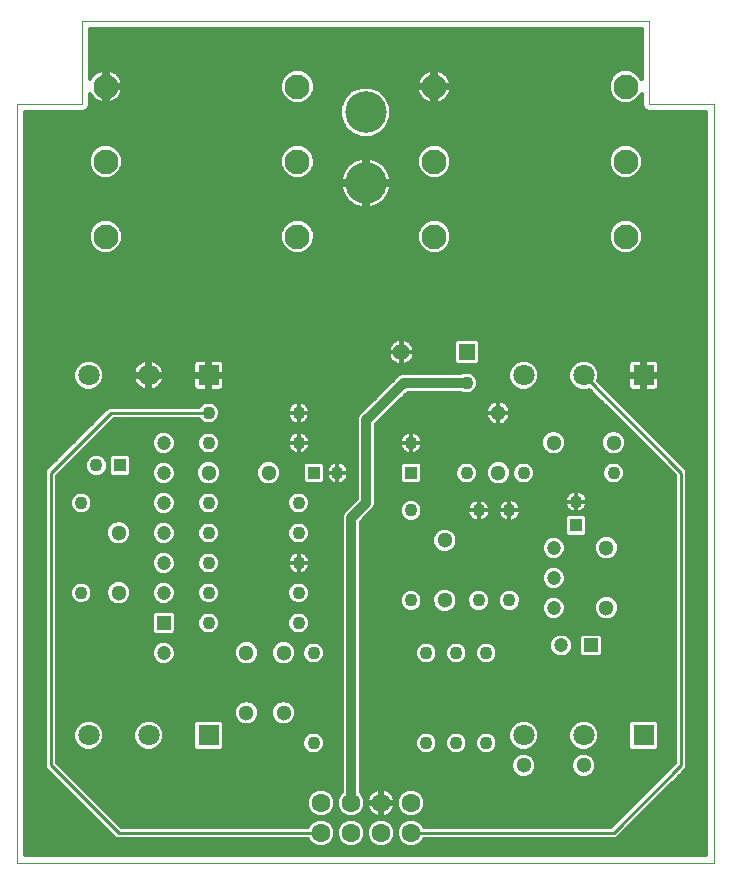
<source format=gtl>
G75*
%MOIN*%
%OFA0B0*%
%FSLAX25Y25*%
%IPPOS*%
%LPD*%
%AMOC8*
5,1,8,0,0,1.08239X$1,22.5*
%
%ADD10C,0.08268*%
%ADD11C,0.05512*%
%ADD12R,0.05512X0.05512*%
%ADD13C,0.04724*%
%ADD14C,0.04331*%
%ADD15R,0.04331X0.04331*%
%ADD16C,0.05118*%
%ADD17R,0.04724X0.04724*%
%ADD18R,0.07087X0.07087*%
%ADD19C,0.07087*%
%ADD20C,0.13843*%
%ADD21C,0.06299*%
%ADD22C,0.00000*%
%ADD23C,0.01200*%
%ADD24C,0.03346*%
%ADD25C,0.01000*%
%ADD26C,0.03200*%
D10*
X0034425Y0215413D03*
X0034425Y0240413D03*
X0034425Y0265413D03*
X0098323Y0265413D03*
X0098323Y0240413D03*
X0098323Y0215413D03*
X0143926Y0215350D03*
X0143926Y0240350D03*
X0143926Y0265350D03*
X0207824Y0265350D03*
X0207824Y0240350D03*
X0207824Y0215350D03*
D11*
X0133000Y0176850D03*
D12*
X0154750Y0176850D03*
D13*
X0183750Y0111600D03*
X0183750Y0101600D03*
X0183750Y0091600D03*
X0186250Y0079100D03*
X0053750Y0076600D03*
X0053750Y0096600D03*
X0053750Y0106600D03*
X0053750Y0116600D03*
X0053750Y0126600D03*
X0053750Y0136600D03*
X0053750Y0146600D03*
D14*
X0068750Y0146600D03*
X0068750Y0156600D03*
X0068750Y0126600D03*
X0068750Y0116600D03*
X0068750Y0106600D03*
X0068750Y0096600D03*
X0068750Y0086600D03*
X0098750Y0086600D03*
X0098750Y0096600D03*
X0098750Y0106600D03*
X0098750Y0116600D03*
X0098750Y0126600D03*
X0111690Y0136600D03*
X0098750Y0146600D03*
X0098750Y0156600D03*
X0136250Y0146600D03*
X0136250Y0124100D03*
X0154750Y0136600D03*
X0158750Y0124100D03*
X0169000Y0124100D03*
X0173750Y0136600D03*
X0191250Y0127040D03*
X0203750Y0136600D03*
X0169000Y0094100D03*
X0158750Y0094100D03*
X0161250Y0076600D03*
X0151250Y0076600D03*
X0141250Y0076600D03*
X0136250Y0094100D03*
X0103750Y0076600D03*
X0103750Y0046600D03*
X0141250Y0046600D03*
X0151250Y0046600D03*
X0161250Y0046600D03*
X0154750Y0166600D03*
X0031310Y0139100D03*
X0026250Y0126600D03*
X0026250Y0096600D03*
D15*
X0039190Y0139100D03*
X0103810Y0136600D03*
X0136250Y0136600D03*
X0191250Y0119160D03*
D16*
X0201250Y0111600D03*
X0201250Y0091600D03*
X0165250Y0136600D03*
X0165250Y0156600D03*
X0183750Y0146600D03*
X0203750Y0146600D03*
X0147500Y0114100D03*
X0147500Y0094100D03*
X0173750Y0039100D03*
X0193750Y0039100D03*
X0093750Y0056600D03*
X0081250Y0056600D03*
X0081250Y0076600D03*
X0093750Y0076600D03*
X0088750Y0136600D03*
X0068750Y0136600D03*
X0038750Y0116600D03*
X0038750Y0096600D03*
D17*
X0053750Y0086600D03*
X0196250Y0079100D03*
D18*
X0213750Y0049163D03*
X0213750Y0169163D03*
X0068750Y0169163D03*
X0068750Y0049163D03*
D19*
X0048750Y0049163D03*
X0028750Y0049163D03*
X0028750Y0169163D03*
X0048750Y0169163D03*
X0173750Y0169163D03*
X0193750Y0169163D03*
X0193750Y0049163D03*
X0173750Y0049163D03*
D20*
X0121125Y0233238D03*
X0121125Y0256860D03*
D21*
X0116250Y0026600D03*
X0116250Y0016600D03*
X0106250Y0016600D03*
X0106250Y0026600D03*
X0126250Y0026600D03*
X0126250Y0016600D03*
X0136250Y0016600D03*
X0136250Y0026600D03*
D22*
X0237283Y0006600D02*
X0005000Y0006600D01*
X0005000Y0259631D01*
X0026654Y0259631D01*
X0026654Y0287191D01*
X0215630Y0287191D01*
X0215630Y0259631D01*
X0237283Y0259631D01*
X0237283Y0006600D01*
D23*
X0234683Y0009200D02*
X0007600Y0009200D01*
X0007600Y0257031D01*
X0027171Y0257031D01*
X0028126Y0257427D01*
X0028858Y0258159D01*
X0029254Y0259114D01*
X0029254Y0262933D01*
X0029521Y0262408D01*
X0030052Y0261678D01*
X0030690Y0261039D01*
X0031420Y0260509D01*
X0032224Y0260099D01*
X0033083Y0259820D01*
X0033825Y0259703D01*
X0033825Y0264813D01*
X0035025Y0264813D01*
X0035025Y0259703D01*
X0035768Y0259820D01*
X0036626Y0260099D01*
X0037430Y0260509D01*
X0038161Y0261039D01*
X0038799Y0261678D01*
X0039329Y0262408D01*
X0039739Y0263212D01*
X0040018Y0264070D01*
X0040135Y0264813D01*
X0035025Y0264813D01*
X0035025Y0266013D01*
X0033825Y0266013D01*
X0033825Y0271123D01*
X0033083Y0271006D01*
X0032224Y0270727D01*
X0031420Y0270317D01*
X0030690Y0269787D01*
X0030052Y0269148D01*
X0029521Y0268418D01*
X0029254Y0267893D01*
X0029254Y0284591D01*
X0213030Y0284591D01*
X0213030Y0267765D01*
X0212685Y0268598D01*
X0211072Y0270211D01*
X0208964Y0271084D01*
X0206683Y0271084D01*
X0204576Y0270211D01*
X0202963Y0268598D01*
X0202090Y0266491D01*
X0202090Y0264209D01*
X0202963Y0262102D01*
X0204576Y0260489D01*
X0206683Y0259616D01*
X0208964Y0259616D01*
X0211072Y0260489D01*
X0212685Y0262102D01*
X0213030Y0262935D01*
X0213030Y0259114D01*
X0213426Y0258159D01*
X0214157Y0257427D01*
X0215113Y0257031D01*
X0234683Y0257031D01*
X0234683Y0009200D01*
X0234683Y0009203D02*
X0007600Y0009203D01*
X0007600Y0010401D02*
X0234683Y0010401D01*
X0234683Y0011600D02*
X0007600Y0011600D01*
X0007600Y0012799D02*
X0103335Y0012799D01*
X0103560Y0012573D02*
X0102223Y0013910D01*
X0101979Y0014500D01*
X0037880Y0014500D01*
X0015380Y0037000D01*
X0014150Y0038230D01*
X0014150Y0137470D01*
X0034150Y0157470D01*
X0035380Y0158700D01*
X0065544Y0158700D01*
X0065558Y0158733D01*
X0066617Y0159792D01*
X0068001Y0160365D01*
X0069499Y0160365D01*
X0070883Y0159792D01*
X0071942Y0158733D01*
X0072515Y0157349D01*
X0072515Y0155851D01*
X0071942Y0154467D01*
X0070883Y0153408D01*
X0069499Y0152835D01*
X0068001Y0152835D01*
X0066617Y0153408D01*
X0065558Y0154467D01*
X0065544Y0154500D01*
X0037120Y0154500D01*
X0018350Y0135730D01*
X0018350Y0039970D01*
X0039620Y0018700D01*
X0101979Y0018700D01*
X0102223Y0019290D01*
X0103560Y0020627D01*
X0105305Y0021350D01*
X0107195Y0021350D01*
X0108940Y0020627D01*
X0110277Y0019290D01*
X0111000Y0017545D01*
X0111000Y0015655D01*
X0110277Y0013910D01*
X0108940Y0012573D01*
X0107195Y0011850D01*
X0105305Y0011850D01*
X0103560Y0012573D01*
X0102187Y0013997D02*
X0007600Y0013997D01*
X0007600Y0015196D02*
X0037185Y0015196D01*
X0035986Y0016394D02*
X0007600Y0016394D01*
X0007600Y0017593D02*
X0034788Y0017593D01*
X0033589Y0018791D02*
X0007600Y0018791D01*
X0007600Y0019990D02*
X0032391Y0019990D01*
X0031192Y0021188D02*
X0007600Y0021188D01*
X0007600Y0022387D02*
X0029994Y0022387D01*
X0028795Y0023585D02*
X0007600Y0023585D01*
X0007600Y0024784D02*
X0027597Y0024784D01*
X0026398Y0025982D02*
X0007600Y0025982D01*
X0007600Y0027181D02*
X0025199Y0027181D01*
X0024001Y0028379D02*
X0007600Y0028379D01*
X0007600Y0029578D02*
X0022802Y0029578D01*
X0021604Y0030776D02*
X0007600Y0030776D01*
X0007600Y0031975D02*
X0020405Y0031975D01*
X0019207Y0033173D02*
X0007600Y0033173D01*
X0007600Y0034372D02*
X0018008Y0034372D01*
X0016810Y0035570D02*
X0007600Y0035570D01*
X0007600Y0036769D02*
X0015611Y0036769D01*
X0014413Y0037967D02*
X0007600Y0037967D01*
X0007600Y0039166D02*
X0014150Y0039166D01*
X0014150Y0040364D02*
X0007600Y0040364D01*
X0007600Y0041563D02*
X0014150Y0041563D01*
X0014150Y0042761D02*
X0007600Y0042761D01*
X0007600Y0043960D02*
X0014150Y0043960D01*
X0014150Y0045158D02*
X0007600Y0045158D01*
X0007600Y0046357D02*
X0014150Y0046357D01*
X0014150Y0047555D02*
X0007600Y0047555D01*
X0007600Y0048754D02*
X0014150Y0048754D01*
X0014150Y0049952D02*
X0007600Y0049952D01*
X0007600Y0051151D02*
X0014150Y0051151D01*
X0014150Y0052349D02*
X0007600Y0052349D01*
X0007600Y0053548D02*
X0014150Y0053548D01*
X0014150Y0054746D02*
X0007600Y0054746D01*
X0007600Y0055945D02*
X0014150Y0055945D01*
X0014150Y0057143D02*
X0007600Y0057143D01*
X0007600Y0058342D02*
X0014150Y0058342D01*
X0014150Y0059540D02*
X0007600Y0059540D01*
X0007600Y0060739D02*
X0014150Y0060739D01*
X0014150Y0061937D02*
X0007600Y0061937D01*
X0007600Y0063136D02*
X0014150Y0063136D01*
X0014150Y0064334D02*
X0007600Y0064334D01*
X0007600Y0065533D02*
X0014150Y0065533D01*
X0014150Y0066732D02*
X0007600Y0066732D01*
X0007600Y0067930D02*
X0014150Y0067930D01*
X0014150Y0069129D02*
X0007600Y0069129D01*
X0007600Y0070327D02*
X0014150Y0070327D01*
X0014150Y0071526D02*
X0007600Y0071526D01*
X0007600Y0072724D02*
X0014150Y0072724D01*
X0014150Y0073923D02*
X0007600Y0073923D01*
X0007600Y0075121D02*
X0014150Y0075121D01*
X0014150Y0076320D02*
X0007600Y0076320D01*
X0007600Y0077518D02*
X0014150Y0077518D01*
X0014150Y0078717D02*
X0007600Y0078717D01*
X0007600Y0079915D02*
X0014150Y0079915D01*
X0014150Y0081114D02*
X0007600Y0081114D01*
X0007600Y0082312D02*
X0014150Y0082312D01*
X0014150Y0083511D02*
X0007600Y0083511D01*
X0007600Y0084709D02*
X0014150Y0084709D01*
X0014150Y0085908D02*
X0007600Y0085908D01*
X0007600Y0087106D02*
X0014150Y0087106D01*
X0014150Y0088305D02*
X0007600Y0088305D01*
X0007600Y0089503D02*
X0014150Y0089503D01*
X0014150Y0090702D02*
X0007600Y0090702D01*
X0007600Y0091900D02*
X0014150Y0091900D01*
X0014150Y0093099D02*
X0007600Y0093099D01*
X0007600Y0094297D02*
X0014150Y0094297D01*
X0014150Y0095496D02*
X0007600Y0095496D01*
X0007600Y0096694D02*
X0014150Y0096694D01*
X0014150Y0097893D02*
X0007600Y0097893D01*
X0007600Y0099091D02*
X0014150Y0099091D01*
X0014150Y0100290D02*
X0007600Y0100290D01*
X0007600Y0101488D02*
X0014150Y0101488D01*
X0014150Y0102687D02*
X0007600Y0102687D01*
X0007600Y0103885D02*
X0014150Y0103885D01*
X0014150Y0105084D02*
X0007600Y0105084D01*
X0007600Y0106282D02*
X0014150Y0106282D01*
X0014150Y0107481D02*
X0007600Y0107481D01*
X0007600Y0108679D02*
X0014150Y0108679D01*
X0014150Y0109878D02*
X0007600Y0109878D01*
X0007600Y0111076D02*
X0014150Y0111076D01*
X0014150Y0112275D02*
X0007600Y0112275D01*
X0007600Y0113473D02*
X0014150Y0113473D01*
X0014150Y0114672D02*
X0007600Y0114672D01*
X0007600Y0115870D02*
X0014150Y0115870D01*
X0014150Y0117069D02*
X0007600Y0117069D01*
X0007600Y0118268D02*
X0014150Y0118268D01*
X0014150Y0119466D02*
X0007600Y0119466D01*
X0007600Y0120665D02*
X0014150Y0120665D01*
X0014150Y0121863D02*
X0007600Y0121863D01*
X0007600Y0123062D02*
X0014150Y0123062D01*
X0014150Y0124260D02*
X0007600Y0124260D01*
X0007600Y0125459D02*
X0014150Y0125459D01*
X0014150Y0126657D02*
X0007600Y0126657D01*
X0007600Y0127856D02*
X0014150Y0127856D01*
X0014150Y0129054D02*
X0007600Y0129054D01*
X0007600Y0130253D02*
X0014150Y0130253D01*
X0014150Y0131451D02*
X0007600Y0131451D01*
X0007600Y0132650D02*
X0014150Y0132650D01*
X0014150Y0133848D02*
X0007600Y0133848D01*
X0007600Y0135047D02*
X0014150Y0135047D01*
X0014150Y0136245D02*
X0007600Y0136245D01*
X0007600Y0137444D02*
X0014150Y0137444D01*
X0015322Y0138642D02*
X0007600Y0138642D01*
X0007600Y0139841D02*
X0016521Y0139841D01*
X0017719Y0141039D02*
X0007600Y0141039D01*
X0007600Y0142238D02*
X0018918Y0142238D01*
X0020116Y0143436D02*
X0007600Y0143436D01*
X0007600Y0144635D02*
X0021315Y0144635D01*
X0022513Y0145833D02*
X0007600Y0145833D01*
X0007600Y0147032D02*
X0023712Y0147032D01*
X0024910Y0148230D02*
X0007600Y0148230D01*
X0007600Y0149429D02*
X0026109Y0149429D01*
X0027307Y0150627D02*
X0007600Y0150627D01*
X0007600Y0151826D02*
X0028506Y0151826D01*
X0029704Y0153024D02*
X0007600Y0153024D01*
X0007600Y0154223D02*
X0030903Y0154223D01*
X0032102Y0155421D02*
X0007600Y0155421D01*
X0007600Y0156620D02*
X0033300Y0156620D01*
X0034499Y0157818D02*
X0007600Y0157818D01*
X0007600Y0159017D02*
X0065842Y0159017D01*
X0067639Y0160215D02*
X0007600Y0160215D01*
X0007600Y0161414D02*
X0124038Y0161414D01*
X0122840Y0160215D02*
X0099861Y0160215D01*
X0099848Y0160221D02*
X0099121Y0160365D01*
X0098750Y0160365D01*
X0098379Y0160365D01*
X0097652Y0160221D01*
X0096966Y0159937D01*
X0096350Y0159525D01*
X0095825Y0159000D01*
X0095413Y0158384D01*
X0095129Y0157698D01*
X0094985Y0156971D01*
X0094985Y0156600D01*
X0094985Y0156229D01*
X0095129Y0155502D01*
X0095413Y0154816D01*
X0095825Y0154200D01*
X0096350Y0153675D01*
X0096966Y0153263D01*
X0097652Y0152979D01*
X0098379Y0152835D01*
X0098750Y0152835D01*
X0099121Y0152835D01*
X0099848Y0152979D01*
X0100534Y0153263D01*
X0101150Y0153675D01*
X0101675Y0154200D01*
X0102087Y0154816D01*
X0102371Y0155502D01*
X0102515Y0156229D01*
X0102515Y0156600D01*
X0102515Y0156971D01*
X0102371Y0157698D01*
X0102087Y0158384D01*
X0101675Y0159000D01*
X0101150Y0159525D01*
X0100534Y0159937D01*
X0099848Y0160221D01*
X0098750Y0160215D02*
X0098750Y0160215D01*
X0098750Y0160365D02*
X0098750Y0156600D01*
X0102515Y0156600D01*
X0098750Y0156600D01*
X0098750Y0156600D01*
X0098750Y0156600D01*
X0098750Y0160365D01*
X0097639Y0160215D02*
X0069861Y0160215D01*
X0071658Y0159017D02*
X0095842Y0159017D01*
X0095179Y0157818D02*
X0072321Y0157818D01*
X0072515Y0156620D02*
X0094985Y0156620D01*
X0094985Y0156600D02*
X0098750Y0156600D01*
X0098750Y0152835D01*
X0098750Y0156600D01*
X0098750Y0156600D01*
X0098750Y0156600D01*
X0094985Y0156600D01*
X0095163Y0155421D02*
X0072337Y0155421D01*
X0071698Y0154223D02*
X0095810Y0154223D01*
X0097543Y0153024D02*
X0069957Y0153024D01*
X0067543Y0153024D02*
X0035644Y0153024D01*
X0034446Y0151826D02*
X0118050Y0151826D01*
X0118050Y0153024D02*
X0099957Y0153024D01*
X0098750Y0153024D02*
X0098750Y0153024D01*
X0098750Y0154223D02*
X0098750Y0154223D01*
X0098750Y0155421D02*
X0098750Y0155421D01*
X0098750Y0156620D02*
X0098750Y0156620D01*
X0098750Y0157818D02*
X0098750Y0157818D01*
X0098750Y0159017D02*
X0098750Y0159017D01*
X0101658Y0159017D02*
X0121641Y0159017D01*
X0120443Y0157818D02*
X0102321Y0157818D01*
X0102515Y0156620D02*
X0119244Y0156620D01*
X0119437Y0156813D02*
X0118537Y0155913D01*
X0118050Y0154737D01*
X0118050Y0127925D01*
X0113537Y0123413D01*
X0113050Y0122237D01*
X0113050Y0030117D01*
X0112223Y0029290D01*
X0111500Y0027545D01*
X0111500Y0025655D01*
X0112223Y0023910D01*
X0113560Y0022573D01*
X0115305Y0021850D01*
X0117195Y0021850D01*
X0118940Y0022573D01*
X0120277Y0023910D01*
X0121000Y0025655D01*
X0121000Y0027545D01*
X0120277Y0029290D01*
X0119450Y0030117D01*
X0119450Y0120275D01*
X0123963Y0124787D01*
X0124450Y0125963D01*
X0124450Y0152775D01*
X0135075Y0163400D01*
X0152636Y0163400D01*
X0154001Y0162835D01*
X0155499Y0162835D01*
X0156883Y0163408D01*
X0157942Y0164467D01*
X0158515Y0165851D01*
X0158515Y0167349D01*
X0157942Y0168733D01*
X0156883Y0169792D01*
X0155499Y0170365D01*
X0154001Y0170365D01*
X0152636Y0169800D01*
X0133113Y0169800D01*
X0131937Y0169313D01*
X0119437Y0156813D01*
X0118334Y0155421D02*
X0102337Y0155421D01*
X0101690Y0154223D02*
X0118050Y0154223D01*
X0118050Y0150627D02*
X0033247Y0150627D01*
X0032049Y0149429D02*
X0050975Y0149429D01*
X0051506Y0149959D02*
X0050391Y0148844D01*
X0049788Y0147388D01*
X0049788Y0145812D01*
X0050391Y0144356D01*
X0051506Y0143241D01*
X0052962Y0142638D01*
X0054538Y0142638D01*
X0055994Y0143241D01*
X0057109Y0144356D01*
X0057712Y0145812D01*
X0057712Y0147388D01*
X0057109Y0148844D01*
X0055994Y0149959D01*
X0054538Y0150562D01*
X0052962Y0150562D01*
X0051506Y0149959D01*
X0050137Y0148230D02*
X0030850Y0148230D01*
X0029652Y0147032D02*
X0049788Y0147032D01*
X0049788Y0145833D02*
X0028453Y0145833D01*
X0027255Y0144635D02*
X0050275Y0144635D01*
X0051310Y0143436D02*
X0026056Y0143436D01*
X0024858Y0142238D02*
X0029123Y0142238D01*
X0029177Y0142292D02*
X0028118Y0141233D01*
X0027545Y0139849D01*
X0027545Y0138351D01*
X0028118Y0136967D01*
X0029177Y0135908D01*
X0030561Y0135335D01*
X0032059Y0135335D01*
X0033443Y0135908D01*
X0034502Y0136967D01*
X0035075Y0138351D01*
X0035075Y0139849D01*
X0034502Y0141233D01*
X0033443Y0142292D01*
X0032059Y0142865D01*
X0030561Y0142865D01*
X0029177Y0142292D01*
X0028038Y0141039D02*
X0023659Y0141039D01*
X0022461Y0139841D02*
X0027545Y0139841D01*
X0027545Y0138642D02*
X0021262Y0138642D01*
X0020064Y0137444D02*
X0027920Y0137444D01*
X0028840Y0136245D02*
X0018865Y0136245D01*
X0018350Y0135047D02*
X0050105Y0135047D01*
X0050391Y0134356D02*
X0051506Y0133241D01*
X0052962Y0132638D01*
X0054538Y0132638D01*
X0055994Y0133241D01*
X0057109Y0134356D01*
X0057712Y0135812D01*
X0057712Y0137388D01*
X0057109Y0138844D01*
X0055994Y0139959D01*
X0054538Y0140562D01*
X0052962Y0140562D01*
X0051506Y0139959D01*
X0050391Y0138844D01*
X0049788Y0137388D01*
X0049788Y0135812D01*
X0050391Y0134356D01*
X0050898Y0133848D02*
X0018350Y0133848D01*
X0018350Y0132650D02*
X0052933Y0132650D01*
X0054567Y0132650D02*
X0067419Y0132650D01*
X0067923Y0132441D02*
X0069577Y0132441D01*
X0071106Y0133074D01*
X0072276Y0134244D01*
X0072909Y0135773D01*
X0072909Y0137427D01*
X0072276Y0138956D01*
X0071106Y0140126D01*
X0069577Y0140759D01*
X0067923Y0140759D01*
X0066394Y0140126D01*
X0065224Y0138956D01*
X0064591Y0137427D01*
X0064591Y0135773D01*
X0065224Y0134244D01*
X0066394Y0133074D01*
X0067923Y0132441D01*
X0068001Y0130365D02*
X0066617Y0129792D01*
X0065558Y0128733D01*
X0064985Y0127349D01*
X0064985Y0125851D01*
X0065558Y0124467D01*
X0066617Y0123408D01*
X0068001Y0122835D01*
X0069499Y0122835D01*
X0070883Y0123408D01*
X0071942Y0124467D01*
X0072515Y0125851D01*
X0072515Y0127349D01*
X0071942Y0128733D01*
X0070883Y0129792D01*
X0069499Y0130365D01*
X0068001Y0130365D01*
X0067729Y0130253D02*
X0055286Y0130253D01*
X0055994Y0129959D02*
X0054538Y0130562D01*
X0052962Y0130562D01*
X0051506Y0129959D01*
X0050391Y0128844D01*
X0049788Y0127388D01*
X0049788Y0125812D01*
X0050391Y0124356D01*
X0051506Y0123241D01*
X0052962Y0122638D01*
X0054538Y0122638D01*
X0055994Y0123241D01*
X0057109Y0124356D01*
X0057712Y0125812D01*
X0057712Y0127388D01*
X0057109Y0128844D01*
X0055994Y0129959D01*
X0056899Y0129054D02*
X0065879Y0129054D01*
X0065195Y0127856D02*
X0057519Y0127856D01*
X0057712Y0126657D02*
X0064985Y0126657D01*
X0065147Y0125459D02*
X0057566Y0125459D01*
X0057013Y0124260D02*
X0065765Y0124260D01*
X0067453Y0123062D02*
X0055561Y0123062D01*
X0054538Y0120562D02*
X0052962Y0120562D01*
X0051506Y0119959D01*
X0050391Y0118844D01*
X0049788Y0117388D01*
X0049788Y0115812D01*
X0050391Y0114356D01*
X0051506Y0113241D01*
X0052962Y0112638D01*
X0054538Y0112638D01*
X0055994Y0113241D01*
X0057109Y0114356D01*
X0057712Y0115812D01*
X0057712Y0117388D01*
X0057109Y0118844D01*
X0055994Y0119959D01*
X0054538Y0120562D01*
X0056487Y0119466D02*
X0066291Y0119466D01*
X0066617Y0119792D02*
X0065558Y0118733D01*
X0064985Y0117349D01*
X0064985Y0115851D01*
X0065558Y0114467D01*
X0066617Y0113408D01*
X0068001Y0112835D01*
X0069499Y0112835D01*
X0070883Y0113408D01*
X0071942Y0114467D01*
X0072515Y0115851D01*
X0072515Y0117349D01*
X0071942Y0118733D01*
X0070883Y0119792D01*
X0069499Y0120365D01*
X0068001Y0120365D01*
X0066617Y0119792D01*
X0065365Y0118268D02*
X0057348Y0118268D01*
X0057712Y0117069D02*
X0064985Y0117069D01*
X0064985Y0115870D02*
X0057712Y0115870D01*
X0057240Y0114672D02*
X0065473Y0114672D01*
X0066552Y0113473D02*
X0056227Y0113473D01*
X0054538Y0110562D02*
X0052962Y0110562D01*
X0051506Y0109959D01*
X0050391Y0108844D01*
X0049788Y0107388D01*
X0049788Y0105812D01*
X0050391Y0104356D01*
X0051506Y0103241D01*
X0052962Y0102638D01*
X0054538Y0102638D01*
X0055994Y0103241D01*
X0057109Y0104356D01*
X0057712Y0105812D01*
X0057712Y0107388D01*
X0057109Y0108844D01*
X0055994Y0109959D01*
X0054538Y0110562D01*
X0056075Y0109878D02*
X0066824Y0109878D01*
X0066617Y0109792D02*
X0065558Y0108733D01*
X0064985Y0107349D01*
X0064985Y0105851D01*
X0065558Y0104467D01*
X0066617Y0103408D01*
X0068001Y0102835D01*
X0069499Y0102835D01*
X0070883Y0103408D01*
X0071942Y0104467D01*
X0072515Y0105851D01*
X0072515Y0107349D01*
X0071942Y0108733D01*
X0070883Y0109792D01*
X0069499Y0110365D01*
X0068001Y0110365D01*
X0066617Y0109792D01*
X0065536Y0108679D02*
X0057177Y0108679D01*
X0057674Y0107481D02*
X0065039Y0107481D01*
X0064985Y0106282D02*
X0057712Y0106282D01*
X0057411Y0105084D02*
X0065302Y0105084D01*
X0066140Y0103885D02*
X0056639Y0103885D01*
X0054657Y0102687D02*
X0113050Y0102687D01*
X0113050Y0103885D02*
X0101360Y0103885D01*
X0101150Y0103675D02*
X0101675Y0104200D01*
X0102087Y0104816D01*
X0102371Y0105502D01*
X0102515Y0106229D01*
X0102515Y0106600D01*
X0102515Y0106971D01*
X0102371Y0107698D01*
X0102087Y0108384D01*
X0101675Y0109000D01*
X0101150Y0109525D01*
X0100534Y0109937D01*
X0099848Y0110221D01*
X0099121Y0110365D01*
X0098750Y0110365D01*
X0098379Y0110365D01*
X0097652Y0110221D01*
X0096966Y0109937D01*
X0096350Y0109525D01*
X0095825Y0109000D01*
X0095413Y0108384D01*
X0095129Y0107698D01*
X0094985Y0106971D01*
X0094985Y0106600D01*
X0094985Y0106229D01*
X0095129Y0105502D01*
X0095413Y0104816D01*
X0095825Y0104200D01*
X0096350Y0103675D01*
X0096966Y0103263D01*
X0097652Y0102979D01*
X0098379Y0102835D01*
X0098750Y0102835D01*
X0099121Y0102835D01*
X0099848Y0102979D01*
X0100534Y0103263D01*
X0101150Y0103675D01*
X0102198Y0105084D02*
X0113050Y0105084D01*
X0113050Y0106282D02*
X0102515Y0106282D01*
X0102515Y0106600D02*
X0098750Y0106600D01*
X0102515Y0106600D01*
X0102414Y0107481D02*
X0113050Y0107481D01*
X0113050Y0108679D02*
X0101889Y0108679D01*
X0100622Y0109878D02*
X0113050Y0109878D01*
X0113050Y0111076D02*
X0018350Y0111076D01*
X0018350Y0109878D02*
X0051425Y0109878D01*
X0050323Y0108679D02*
X0018350Y0108679D01*
X0018350Y0107481D02*
X0049826Y0107481D01*
X0049788Y0106282D02*
X0018350Y0106282D01*
X0018350Y0105084D02*
X0050089Y0105084D01*
X0050861Y0103885D02*
X0018350Y0103885D01*
X0018350Y0102687D02*
X0052843Y0102687D01*
X0052962Y0100562D02*
X0051506Y0099959D01*
X0050391Y0098844D01*
X0049788Y0097388D01*
X0049788Y0095812D01*
X0050391Y0094356D01*
X0051506Y0093241D01*
X0052962Y0092638D01*
X0054538Y0092638D01*
X0055994Y0093241D01*
X0057109Y0094356D01*
X0057712Y0095812D01*
X0057712Y0097388D01*
X0057109Y0098844D01*
X0055994Y0099959D01*
X0054538Y0100562D01*
X0052962Y0100562D01*
X0052304Y0100290D02*
X0040710Y0100290D01*
X0041106Y0100126D02*
X0039577Y0100759D01*
X0037923Y0100759D01*
X0036394Y0100126D01*
X0035224Y0098956D01*
X0034591Y0097427D01*
X0034591Y0095773D01*
X0035224Y0094244D01*
X0036394Y0093074D01*
X0037923Y0092441D01*
X0039577Y0092441D01*
X0041106Y0093074D01*
X0042276Y0094244D01*
X0042909Y0095773D01*
X0042909Y0097427D01*
X0042276Y0098956D01*
X0041106Y0100126D01*
X0042140Y0099091D02*
X0050638Y0099091D01*
X0049997Y0097893D02*
X0042716Y0097893D01*
X0042909Y0096694D02*
X0049788Y0096694D01*
X0049919Y0095496D02*
X0042794Y0095496D01*
X0042298Y0094297D02*
X0050449Y0094297D01*
X0051849Y0093099D02*
X0041131Y0093099D01*
X0036369Y0093099D02*
X0027637Y0093099D01*
X0026999Y0092835D02*
X0028383Y0093408D01*
X0029442Y0094467D01*
X0030015Y0095851D01*
X0030015Y0097349D01*
X0029442Y0098733D01*
X0028383Y0099792D01*
X0026999Y0100365D01*
X0025501Y0100365D01*
X0024117Y0099792D01*
X0023058Y0098733D01*
X0022485Y0097349D01*
X0022485Y0095851D01*
X0023058Y0094467D01*
X0024117Y0093408D01*
X0025501Y0092835D01*
X0026999Y0092835D01*
X0024863Y0093099D02*
X0018350Y0093099D01*
X0018350Y0094297D02*
X0023228Y0094297D01*
X0022632Y0095496D02*
X0018350Y0095496D01*
X0018350Y0096694D02*
X0022485Y0096694D01*
X0022710Y0097893D02*
X0018350Y0097893D01*
X0018350Y0099091D02*
X0023416Y0099091D01*
X0025319Y0100290D02*
X0018350Y0100290D01*
X0018350Y0101488D02*
X0113050Y0101488D01*
X0113050Y0100290D02*
X0099681Y0100290D01*
X0099499Y0100365D02*
X0098001Y0100365D01*
X0096617Y0099792D01*
X0095558Y0098733D01*
X0094985Y0097349D01*
X0094985Y0095851D01*
X0095558Y0094467D01*
X0096617Y0093408D01*
X0098001Y0092835D01*
X0099499Y0092835D01*
X0100883Y0093408D01*
X0101942Y0094467D01*
X0102515Y0095851D01*
X0102515Y0097349D01*
X0101942Y0098733D01*
X0100883Y0099792D01*
X0099499Y0100365D01*
X0097819Y0100290D02*
X0069681Y0100290D01*
X0069499Y0100365D02*
X0068001Y0100365D01*
X0066617Y0099792D01*
X0065558Y0098733D01*
X0064985Y0097349D01*
X0064985Y0095851D01*
X0065558Y0094467D01*
X0066617Y0093408D01*
X0068001Y0092835D01*
X0069499Y0092835D01*
X0070883Y0093408D01*
X0071942Y0094467D01*
X0072515Y0095851D01*
X0072515Y0097349D01*
X0071942Y0098733D01*
X0070883Y0099792D01*
X0069499Y0100365D01*
X0067819Y0100290D02*
X0055196Y0100290D01*
X0056862Y0099091D02*
X0065916Y0099091D01*
X0065210Y0097893D02*
X0057503Y0097893D01*
X0057712Y0096694D02*
X0064985Y0096694D01*
X0065132Y0095496D02*
X0057581Y0095496D01*
X0057051Y0094297D02*
X0065728Y0094297D01*
X0067363Y0093099D02*
X0055651Y0093099D01*
X0056775Y0090562D02*
X0050725Y0090562D01*
X0049788Y0089625D01*
X0049788Y0083575D01*
X0050725Y0082638D01*
X0056775Y0082638D01*
X0057712Y0083575D01*
X0057712Y0089625D01*
X0056775Y0090562D01*
X0057712Y0089503D02*
X0066328Y0089503D01*
X0066617Y0089792D02*
X0065558Y0088733D01*
X0064985Y0087349D01*
X0064985Y0085851D01*
X0065558Y0084467D01*
X0066617Y0083408D01*
X0068001Y0082835D01*
X0069499Y0082835D01*
X0070883Y0083408D01*
X0071942Y0084467D01*
X0072515Y0085851D01*
X0072515Y0087349D01*
X0071942Y0088733D01*
X0070883Y0089792D01*
X0069499Y0090365D01*
X0068001Y0090365D01*
X0066617Y0089792D01*
X0065381Y0088305D02*
X0057712Y0088305D01*
X0057712Y0087106D02*
X0064985Y0087106D01*
X0064985Y0085908D02*
X0057712Y0085908D01*
X0057712Y0084709D02*
X0065458Y0084709D01*
X0066514Y0083511D02*
X0057648Y0083511D01*
X0055994Y0079959D02*
X0054538Y0080562D01*
X0052962Y0080562D01*
X0051506Y0079959D01*
X0050391Y0078844D01*
X0049788Y0077388D01*
X0049788Y0075812D01*
X0050391Y0074356D01*
X0051506Y0073241D01*
X0052962Y0072638D01*
X0054538Y0072638D01*
X0055994Y0073241D01*
X0057109Y0074356D01*
X0057712Y0075812D01*
X0057712Y0077388D01*
X0057109Y0078844D01*
X0055994Y0079959D01*
X0056038Y0079915D02*
X0078683Y0079915D01*
X0078894Y0080126D02*
X0077724Y0078956D01*
X0077091Y0077427D01*
X0077091Y0075773D01*
X0077724Y0074244D01*
X0078894Y0073074D01*
X0080423Y0072441D01*
X0082077Y0072441D01*
X0083606Y0073074D01*
X0084776Y0074244D01*
X0085409Y0075773D01*
X0085409Y0077427D01*
X0084776Y0078956D01*
X0083606Y0080126D01*
X0082077Y0080759D01*
X0080423Y0080759D01*
X0078894Y0080126D01*
X0077625Y0078717D02*
X0057162Y0078717D01*
X0057658Y0077518D02*
X0077129Y0077518D01*
X0077091Y0076320D02*
X0057712Y0076320D01*
X0057426Y0075121D02*
X0077361Y0075121D01*
X0078046Y0073923D02*
X0056676Y0073923D01*
X0054746Y0072724D02*
X0079739Y0072724D01*
X0082761Y0072724D02*
X0092239Y0072724D01*
X0092923Y0072441D02*
X0094577Y0072441D01*
X0096106Y0073074D01*
X0097276Y0074244D01*
X0097909Y0075773D01*
X0097909Y0077427D01*
X0097276Y0078956D01*
X0096106Y0080126D01*
X0094577Y0080759D01*
X0092923Y0080759D01*
X0091394Y0080126D01*
X0090224Y0078956D01*
X0089591Y0077427D01*
X0089591Y0075773D01*
X0090224Y0074244D01*
X0091394Y0073074D01*
X0092923Y0072441D01*
X0095261Y0072724D02*
X0113050Y0072724D01*
X0113050Y0071526D02*
X0018350Y0071526D01*
X0018350Y0072724D02*
X0052754Y0072724D01*
X0050824Y0073923D02*
X0018350Y0073923D01*
X0018350Y0075121D02*
X0050074Y0075121D01*
X0049788Y0076320D02*
X0018350Y0076320D01*
X0018350Y0077518D02*
X0049842Y0077518D01*
X0050338Y0078717D02*
X0018350Y0078717D01*
X0018350Y0079915D02*
X0051462Y0079915D01*
X0049852Y0083511D02*
X0018350Y0083511D01*
X0018350Y0084709D02*
X0049788Y0084709D01*
X0049788Y0085908D02*
X0018350Y0085908D01*
X0018350Y0087106D02*
X0049788Y0087106D01*
X0049788Y0088305D02*
X0018350Y0088305D01*
X0018350Y0089503D02*
X0049788Y0089503D01*
X0036790Y0100290D02*
X0027181Y0100290D01*
X0029084Y0099091D02*
X0035360Y0099091D01*
X0034784Y0097893D02*
X0029790Y0097893D01*
X0030015Y0096694D02*
X0034591Y0096694D01*
X0034706Y0095496D02*
X0029868Y0095496D01*
X0029272Y0094297D02*
X0035202Y0094297D01*
X0037923Y0112441D02*
X0039577Y0112441D01*
X0041106Y0113074D01*
X0042276Y0114244D01*
X0042909Y0115773D01*
X0042909Y0117427D01*
X0042276Y0118956D01*
X0041106Y0120126D01*
X0039577Y0120759D01*
X0037923Y0120759D01*
X0036394Y0120126D01*
X0035224Y0118956D01*
X0034591Y0117427D01*
X0034591Y0115773D01*
X0035224Y0114244D01*
X0036394Y0113074D01*
X0037923Y0112441D01*
X0035995Y0113473D02*
X0018350Y0113473D01*
X0018350Y0112275D02*
X0113050Y0112275D01*
X0113050Y0113473D02*
X0100948Y0113473D01*
X0100883Y0113408D02*
X0101942Y0114467D01*
X0102515Y0115851D01*
X0102515Y0117349D01*
X0101942Y0118733D01*
X0100883Y0119792D01*
X0099499Y0120365D01*
X0098001Y0120365D01*
X0096617Y0119792D01*
X0095558Y0118733D01*
X0094985Y0117349D01*
X0094985Y0115851D01*
X0095558Y0114467D01*
X0096617Y0113408D01*
X0098001Y0112835D01*
X0099499Y0112835D01*
X0100883Y0113408D01*
X0102027Y0114672D02*
X0113050Y0114672D01*
X0113050Y0115870D02*
X0102515Y0115870D01*
X0102515Y0117069D02*
X0113050Y0117069D01*
X0113050Y0118268D02*
X0102135Y0118268D01*
X0101209Y0119466D02*
X0113050Y0119466D01*
X0113050Y0120665D02*
X0039805Y0120665D01*
X0037695Y0120665D02*
X0018350Y0120665D01*
X0018350Y0121863D02*
X0113050Y0121863D01*
X0113392Y0123062D02*
X0100047Y0123062D01*
X0099499Y0122835D02*
X0100883Y0123408D01*
X0101942Y0124467D01*
X0102515Y0125851D01*
X0102515Y0127349D01*
X0101942Y0128733D01*
X0100883Y0129792D01*
X0099499Y0130365D01*
X0098001Y0130365D01*
X0096617Y0129792D01*
X0095558Y0128733D01*
X0094985Y0127349D01*
X0094985Y0125851D01*
X0095558Y0124467D01*
X0096617Y0123408D01*
X0098001Y0122835D01*
X0099499Y0122835D01*
X0097453Y0123062D02*
X0070047Y0123062D01*
X0071735Y0124260D02*
X0095765Y0124260D01*
X0095147Y0125459D02*
X0072353Y0125459D01*
X0072515Y0126657D02*
X0094985Y0126657D01*
X0095195Y0127856D02*
X0072305Y0127856D01*
X0071621Y0129054D02*
X0095879Y0129054D01*
X0097729Y0130253D02*
X0069771Y0130253D01*
X0070081Y0132650D02*
X0087419Y0132650D01*
X0087923Y0132441D02*
X0089577Y0132441D01*
X0091106Y0133074D01*
X0092276Y0134244D01*
X0092909Y0135773D01*
X0092909Y0137427D01*
X0092276Y0138956D01*
X0091106Y0140126D01*
X0089577Y0140759D01*
X0087923Y0140759D01*
X0086394Y0140126D01*
X0085224Y0138956D01*
X0084591Y0137427D01*
X0084591Y0135773D01*
X0085224Y0134244D01*
X0086394Y0133074D01*
X0087923Y0132441D01*
X0090081Y0132650D02*
X0118050Y0132650D01*
X0118050Y0133848D02*
X0114263Y0133848D01*
X0114090Y0133675D02*
X0114615Y0134200D01*
X0115027Y0134816D01*
X0115311Y0135502D01*
X0115455Y0136229D01*
X0115455Y0136600D01*
X0115455Y0136971D01*
X0115311Y0137698D01*
X0115027Y0138384D01*
X0114615Y0139000D01*
X0114090Y0139525D01*
X0113474Y0139937D01*
X0112788Y0140221D01*
X0112061Y0140365D01*
X0111690Y0140365D01*
X0111319Y0140365D01*
X0110592Y0140221D01*
X0109906Y0139937D01*
X0109290Y0139525D01*
X0108765Y0139000D01*
X0108353Y0138384D01*
X0108069Y0137698D01*
X0107925Y0136971D01*
X0107925Y0136600D01*
X0107925Y0136229D01*
X0108069Y0135502D01*
X0108353Y0134816D01*
X0108765Y0134200D01*
X0109290Y0133675D01*
X0109906Y0133263D01*
X0110592Y0132979D01*
X0111319Y0132835D01*
X0111690Y0132835D01*
X0112061Y0132835D01*
X0112788Y0132979D01*
X0113474Y0133263D01*
X0114090Y0133675D01*
X0115122Y0135047D02*
X0118050Y0135047D01*
X0118050Y0136245D02*
X0115455Y0136245D01*
X0115455Y0136600D02*
X0111690Y0136600D01*
X0111690Y0136600D01*
X0107925Y0136600D01*
X0111690Y0136600D01*
X0115455Y0136600D01*
X0115361Y0137444D02*
X0118050Y0137444D01*
X0118050Y0138642D02*
X0114854Y0138642D01*
X0113617Y0139841D02*
X0118050Y0139841D01*
X0118050Y0141039D02*
X0042955Y0141039D01*
X0042955Y0141928D02*
X0042955Y0136272D01*
X0042018Y0135335D01*
X0036362Y0135335D01*
X0035425Y0136272D01*
X0035425Y0141928D01*
X0036362Y0142865D01*
X0042018Y0142865D01*
X0042955Y0141928D01*
X0042646Y0142238D02*
X0118050Y0142238D01*
X0118050Y0143436D02*
X0100793Y0143436D01*
X0100534Y0143263D02*
X0101150Y0143675D01*
X0101675Y0144200D01*
X0102087Y0144816D01*
X0102371Y0145502D01*
X0102515Y0146229D01*
X0102515Y0146600D01*
X0102515Y0146971D01*
X0102371Y0147698D01*
X0102087Y0148384D01*
X0101675Y0149000D01*
X0101150Y0149525D01*
X0100534Y0149937D01*
X0099848Y0150221D01*
X0099121Y0150365D01*
X0098750Y0150365D01*
X0098379Y0150365D01*
X0097652Y0150221D01*
X0096966Y0149937D01*
X0096350Y0149525D01*
X0095825Y0149000D01*
X0095413Y0148384D01*
X0095129Y0147698D01*
X0094985Y0146971D01*
X0094985Y0146600D01*
X0094985Y0146229D01*
X0095129Y0145502D01*
X0095413Y0144816D01*
X0095825Y0144200D01*
X0096350Y0143675D01*
X0096966Y0143263D01*
X0097652Y0142979D01*
X0098379Y0142835D01*
X0098750Y0142835D01*
X0099121Y0142835D01*
X0099848Y0142979D01*
X0100534Y0143263D01*
X0098750Y0143436D02*
X0098750Y0143436D01*
X0098750Y0142835D02*
X0098750Y0146600D01*
X0102515Y0146600D01*
X0098750Y0146600D01*
X0098750Y0146600D01*
X0098750Y0146600D01*
X0098750Y0150365D01*
X0098750Y0146600D01*
X0098750Y0146600D01*
X0098750Y0146600D01*
X0094985Y0146600D01*
X0098750Y0146600D01*
X0098750Y0142835D01*
X0098750Y0144635D02*
X0098750Y0144635D01*
X0098750Y0145833D02*
X0098750Y0145833D01*
X0098750Y0147032D02*
X0098750Y0147032D01*
X0098750Y0148230D02*
X0098750Y0148230D01*
X0098750Y0149429D02*
X0098750Y0149429D01*
X0101246Y0149429D02*
X0118050Y0149429D01*
X0118050Y0148230D02*
X0102150Y0148230D01*
X0102503Y0147032D02*
X0118050Y0147032D01*
X0118050Y0145833D02*
X0102437Y0145833D01*
X0101965Y0144635D02*
X0118050Y0144635D01*
X0124450Y0144635D02*
X0133035Y0144635D01*
X0132913Y0144816D02*
X0133325Y0144200D01*
X0133850Y0143675D01*
X0134466Y0143263D01*
X0135152Y0142979D01*
X0135879Y0142835D01*
X0136250Y0142835D01*
X0136621Y0142835D01*
X0137348Y0142979D01*
X0138034Y0143263D01*
X0138650Y0143675D01*
X0139175Y0144200D01*
X0139587Y0144816D01*
X0139871Y0145502D01*
X0140015Y0146229D01*
X0140015Y0146600D01*
X0140015Y0146971D01*
X0139871Y0147698D01*
X0139587Y0148384D01*
X0139175Y0149000D01*
X0138650Y0149525D01*
X0138034Y0149937D01*
X0137348Y0150221D01*
X0136621Y0150365D01*
X0136250Y0150365D01*
X0135879Y0150365D01*
X0135152Y0150221D01*
X0134466Y0149937D01*
X0133850Y0149525D01*
X0133325Y0149000D01*
X0132913Y0148384D01*
X0132629Y0147698D01*
X0132485Y0146971D01*
X0132485Y0146600D01*
X0132485Y0146229D01*
X0132629Y0145502D01*
X0132913Y0144816D01*
X0132563Y0145833D02*
X0124450Y0145833D01*
X0124450Y0147032D02*
X0132497Y0147032D01*
X0132485Y0146600D02*
X0136250Y0146600D01*
X0136250Y0146600D01*
X0136250Y0150365D01*
X0136250Y0146600D01*
X0140015Y0146600D01*
X0136250Y0146600D01*
X0136250Y0146600D01*
X0136250Y0146600D01*
X0136250Y0142835D01*
X0136250Y0146600D01*
X0136250Y0146600D01*
X0132485Y0146600D01*
X0132850Y0148230D02*
X0124450Y0148230D01*
X0124450Y0149429D02*
X0133754Y0149429D01*
X0136250Y0149429D02*
X0136250Y0149429D01*
X0136250Y0148230D02*
X0136250Y0148230D01*
X0136250Y0147032D02*
X0136250Y0147032D01*
X0136250Y0145833D02*
X0136250Y0145833D01*
X0136250Y0144635D02*
X0136250Y0144635D01*
X0136250Y0143436D02*
X0136250Y0143436D01*
X0138293Y0143436D02*
X0181032Y0143436D01*
X0181394Y0143074D02*
X0182923Y0142441D01*
X0184577Y0142441D01*
X0186106Y0143074D01*
X0187276Y0144244D01*
X0187909Y0145773D01*
X0187909Y0147427D01*
X0187276Y0148956D01*
X0186106Y0150126D01*
X0184577Y0150759D01*
X0182923Y0150759D01*
X0181394Y0150126D01*
X0180224Y0148956D01*
X0179591Y0147427D01*
X0179591Y0145773D01*
X0180224Y0144244D01*
X0181394Y0143074D01*
X0180062Y0144635D02*
X0139465Y0144635D01*
X0139937Y0145833D02*
X0179591Y0145833D01*
X0179591Y0147032D02*
X0140003Y0147032D01*
X0139650Y0148230D02*
X0179924Y0148230D01*
X0180697Y0149429D02*
X0138746Y0149429D01*
X0134207Y0143436D02*
X0124450Y0143436D01*
X0124450Y0142238D02*
X0217705Y0142238D01*
X0216507Y0143436D02*
X0206468Y0143436D01*
X0206106Y0143074D02*
X0207276Y0144244D01*
X0207909Y0145773D01*
X0207909Y0147427D01*
X0207276Y0148956D01*
X0206106Y0150126D01*
X0204577Y0150759D01*
X0202923Y0150759D01*
X0201394Y0150126D01*
X0200224Y0148956D01*
X0199591Y0147427D01*
X0199591Y0145773D01*
X0200224Y0144244D01*
X0201394Y0143074D01*
X0202923Y0142441D01*
X0204577Y0142441D01*
X0206106Y0143074D01*
X0207438Y0144635D02*
X0215308Y0144635D01*
X0214110Y0145833D02*
X0207909Y0145833D01*
X0207909Y0147032D02*
X0212911Y0147032D01*
X0211713Y0148230D02*
X0207576Y0148230D01*
X0206803Y0149429D02*
X0210514Y0149429D01*
X0209316Y0150627D02*
X0204895Y0150627D01*
X0202605Y0150627D02*
X0184895Y0150627D01*
X0186803Y0149429D02*
X0200697Y0149429D01*
X0199924Y0148230D02*
X0187576Y0148230D01*
X0187909Y0147032D02*
X0199591Y0147032D01*
X0199591Y0145833D02*
X0187909Y0145833D01*
X0187438Y0144635D02*
X0200062Y0144635D01*
X0201032Y0143436D02*
X0186468Y0143436D01*
X0182605Y0150627D02*
X0124450Y0150627D01*
X0124450Y0151826D02*
X0208117Y0151826D01*
X0206919Y0153024D02*
X0167393Y0153024D01*
X0167430Y0153043D02*
X0167959Y0153428D01*
X0168422Y0153891D01*
X0168807Y0154420D01*
X0169104Y0155003D01*
X0169307Y0155626D01*
X0169409Y0156273D01*
X0169409Y0156600D01*
X0169409Y0156927D01*
X0169307Y0157574D01*
X0169104Y0158197D01*
X0168807Y0158780D01*
X0168422Y0159309D01*
X0167959Y0159772D01*
X0167430Y0160157D01*
X0166847Y0160454D01*
X0166224Y0160657D01*
X0165577Y0160759D01*
X0165250Y0160759D01*
X0165250Y0156600D01*
X0165250Y0156600D01*
X0169409Y0156600D01*
X0165250Y0156600D01*
X0165250Y0156600D01*
X0165250Y0156600D01*
X0161091Y0156600D01*
X0161091Y0156927D01*
X0161193Y0157574D01*
X0161396Y0158197D01*
X0161693Y0158780D01*
X0162078Y0159309D01*
X0162541Y0159772D01*
X0163070Y0160157D01*
X0163653Y0160454D01*
X0164276Y0160657D01*
X0164923Y0160759D01*
X0165250Y0160759D01*
X0165250Y0156600D01*
X0165250Y0152441D01*
X0165577Y0152441D01*
X0166224Y0152543D01*
X0166847Y0152746D01*
X0167430Y0153043D01*
X0168664Y0154223D02*
X0205720Y0154223D01*
X0204522Y0155421D02*
X0169240Y0155421D01*
X0169409Y0156620D02*
X0203323Y0156620D01*
X0202125Y0157818D02*
X0169227Y0157818D01*
X0168635Y0159017D02*
X0200926Y0159017D01*
X0199728Y0160215D02*
X0167315Y0160215D01*
X0165250Y0160215D02*
X0165250Y0160215D01*
X0165250Y0159017D02*
X0165250Y0159017D01*
X0165250Y0157818D02*
X0165250Y0157818D01*
X0165250Y0156620D02*
X0165250Y0156620D01*
X0165250Y0156600D02*
X0161091Y0156600D01*
X0161091Y0156273D01*
X0161193Y0155626D01*
X0161396Y0155003D01*
X0161693Y0154420D01*
X0162078Y0153891D01*
X0162541Y0153428D01*
X0163070Y0153043D01*
X0163653Y0152746D01*
X0164276Y0152543D01*
X0164923Y0152441D01*
X0165250Y0152441D01*
X0165250Y0156600D01*
X0165250Y0156600D01*
X0165250Y0155421D02*
X0165250Y0155421D01*
X0165250Y0154223D02*
X0165250Y0154223D01*
X0165250Y0153024D02*
X0165250Y0153024D01*
X0163107Y0153024D02*
X0124700Y0153024D01*
X0125898Y0154223D02*
X0161836Y0154223D01*
X0161260Y0155421D02*
X0127097Y0155421D01*
X0128295Y0156620D02*
X0161091Y0156620D01*
X0161273Y0157818D02*
X0129494Y0157818D01*
X0130692Y0159017D02*
X0161865Y0159017D01*
X0163185Y0160215D02*
X0131891Y0160215D01*
X0133089Y0161414D02*
X0198529Y0161414D01*
X0197331Y0162612D02*
X0134288Y0162612D01*
X0130031Y0167406D02*
X0073893Y0167406D01*
X0073893Y0166208D02*
X0128832Y0166208D01*
X0127634Y0165009D02*
X0073786Y0165009D01*
X0073784Y0165002D02*
X0073893Y0165409D01*
X0073893Y0168680D01*
X0069233Y0168680D01*
X0069233Y0169646D01*
X0068267Y0169646D01*
X0068267Y0174306D01*
X0064996Y0174306D01*
X0064589Y0174197D01*
X0064224Y0173987D01*
X0063926Y0173689D01*
X0063716Y0173324D01*
X0063607Y0172917D01*
X0063607Y0169646D01*
X0068267Y0169646D01*
X0068267Y0168680D01*
X0063607Y0168680D01*
X0063607Y0165409D01*
X0063716Y0165002D01*
X0063926Y0164637D01*
X0064224Y0164339D01*
X0064589Y0164129D01*
X0064996Y0164020D01*
X0068267Y0164020D01*
X0068267Y0168680D01*
X0069233Y0168680D01*
X0069233Y0164020D01*
X0072504Y0164020D01*
X0072911Y0164129D01*
X0073276Y0164339D01*
X0073574Y0164637D01*
X0073784Y0165002D01*
X0073893Y0168605D02*
X0131230Y0168605D01*
X0131980Y0172601D02*
X0132657Y0172494D01*
X0132911Y0172494D01*
X0132911Y0176761D01*
X0133089Y0176761D01*
X0133089Y0176939D01*
X0137356Y0176939D01*
X0137356Y0177193D01*
X0137249Y0177870D01*
X0137037Y0178522D01*
X0136725Y0179133D01*
X0136322Y0179688D01*
X0135838Y0180172D01*
X0135283Y0180575D01*
X0134672Y0180887D01*
X0134020Y0181099D01*
X0133343Y0181206D01*
X0133089Y0181206D01*
X0133089Y0176939D01*
X0132911Y0176939D01*
X0132911Y0181206D01*
X0132657Y0181206D01*
X0131980Y0181099D01*
X0131328Y0180887D01*
X0130717Y0180575D01*
X0130162Y0180172D01*
X0129677Y0179688D01*
X0129274Y0179133D01*
X0128963Y0178522D01*
X0128751Y0177870D01*
X0128644Y0177193D01*
X0128644Y0176939D01*
X0132911Y0176939D01*
X0132911Y0176761D01*
X0128644Y0176761D01*
X0128644Y0176507D01*
X0128751Y0175830D01*
X0128963Y0175178D01*
X0129274Y0174567D01*
X0129677Y0174012D01*
X0130162Y0173527D01*
X0130717Y0173124D01*
X0131328Y0172813D01*
X0131980Y0172601D01*
X0133089Y0172494D02*
X0133343Y0172494D01*
X0134020Y0172601D01*
X0134672Y0172813D01*
X0135283Y0173124D01*
X0135838Y0173527D01*
X0136322Y0174012D01*
X0136725Y0174567D01*
X0137037Y0175178D01*
X0137249Y0175830D01*
X0137356Y0176507D01*
X0137356Y0176761D01*
X0133089Y0176761D01*
X0133089Y0172494D01*
X0133089Y0173399D02*
X0132911Y0173399D01*
X0132911Y0174598D02*
X0133089Y0174598D01*
X0133089Y0175796D02*
X0132911Y0175796D01*
X0132911Y0176995D02*
X0133089Y0176995D01*
X0133089Y0178193D02*
X0132911Y0178193D01*
X0132911Y0179392D02*
X0133089Y0179392D01*
X0133089Y0180590D02*
X0132911Y0180590D01*
X0130746Y0180590D02*
X0007600Y0180590D01*
X0007600Y0179392D02*
X0129462Y0179392D01*
X0128856Y0178193D02*
X0007600Y0178193D01*
X0007600Y0176995D02*
X0128644Y0176995D01*
X0128762Y0175796D02*
X0007600Y0175796D01*
X0007600Y0174598D02*
X0129259Y0174598D01*
X0130339Y0173399D02*
X0073741Y0173399D01*
X0073784Y0173324D02*
X0073574Y0173689D01*
X0073276Y0173987D01*
X0072911Y0174197D01*
X0072504Y0174306D01*
X0069233Y0174306D01*
X0069233Y0169646D01*
X0073893Y0169646D01*
X0073893Y0172917D01*
X0073784Y0173324D01*
X0073893Y0172201D02*
X0169514Y0172201D01*
X0169390Y0172076D02*
X0168607Y0170186D01*
X0168607Y0168140D01*
X0169390Y0166250D01*
X0170837Y0164803D01*
X0172727Y0164020D01*
X0174773Y0164020D01*
X0176663Y0164803D01*
X0178110Y0166250D01*
X0178893Y0168140D01*
X0178893Y0170186D01*
X0178110Y0172076D01*
X0176663Y0173523D01*
X0174773Y0174306D01*
X0172727Y0174306D01*
X0170837Y0173523D01*
X0169390Y0172076D01*
X0168945Y0171002D02*
X0073893Y0171002D01*
X0073893Y0169803D02*
X0152645Y0169803D01*
X0151331Y0172494D02*
X0158169Y0172494D01*
X0159106Y0173431D01*
X0159106Y0180269D01*
X0158169Y0181206D01*
X0151331Y0181206D01*
X0150394Y0180269D01*
X0150394Y0173431D01*
X0151331Y0172494D01*
X0150426Y0173399D02*
X0135661Y0173399D01*
X0136741Y0174598D02*
X0150394Y0174598D01*
X0150394Y0175796D02*
X0137238Y0175796D01*
X0137356Y0176995D02*
X0150394Y0176995D01*
X0150394Y0178193D02*
X0137144Y0178193D01*
X0136538Y0179392D02*
X0150394Y0179392D01*
X0150716Y0180590D02*
X0135254Y0180590D01*
X0126435Y0163811D02*
X0007600Y0163811D01*
X0007600Y0165009D02*
X0025630Y0165009D01*
X0025837Y0164803D02*
X0027727Y0164020D01*
X0029773Y0164020D01*
X0031663Y0164803D01*
X0033110Y0166250D01*
X0033893Y0168140D01*
X0033893Y0170186D01*
X0033110Y0172076D01*
X0031663Y0173523D01*
X0029773Y0174306D01*
X0027727Y0174306D01*
X0025837Y0173523D01*
X0024390Y0172076D01*
X0023607Y0170186D01*
X0023607Y0168140D01*
X0024390Y0166250D01*
X0025837Y0164803D01*
X0024431Y0166208D02*
X0007600Y0166208D01*
X0007600Y0167406D02*
X0023910Y0167406D01*
X0023607Y0168605D02*
X0007600Y0168605D01*
X0007600Y0169803D02*
X0023607Y0169803D01*
X0023945Y0171002D02*
X0007600Y0171002D01*
X0007600Y0172201D02*
X0024514Y0172201D01*
X0025712Y0173399D02*
X0007600Y0173399D01*
X0007600Y0181789D02*
X0234683Y0181789D01*
X0234683Y0182987D02*
X0007600Y0182987D01*
X0007600Y0184186D02*
X0234683Y0184186D01*
X0234683Y0185384D02*
X0007600Y0185384D01*
X0007600Y0186583D02*
X0234683Y0186583D01*
X0234683Y0187781D02*
X0007600Y0187781D01*
X0007600Y0188980D02*
X0234683Y0188980D01*
X0234683Y0190178D02*
X0007600Y0190178D01*
X0007600Y0191377D02*
X0234683Y0191377D01*
X0234683Y0192575D02*
X0007600Y0192575D01*
X0007600Y0193774D02*
X0234683Y0193774D01*
X0234683Y0194972D02*
X0007600Y0194972D01*
X0007600Y0196171D02*
X0234683Y0196171D01*
X0234683Y0197369D02*
X0007600Y0197369D01*
X0007600Y0198568D02*
X0234683Y0198568D01*
X0234683Y0199766D02*
X0007600Y0199766D01*
X0007600Y0200965D02*
X0234683Y0200965D01*
X0234683Y0202163D02*
X0007600Y0202163D01*
X0007600Y0203362D02*
X0234683Y0203362D01*
X0234683Y0204560D02*
X0007600Y0204560D01*
X0007600Y0205759D02*
X0234683Y0205759D01*
X0234683Y0206957D02*
X0007600Y0206957D01*
X0007600Y0208156D02*
X0234683Y0208156D01*
X0234683Y0209354D02*
X0007600Y0209354D01*
X0007600Y0210553D02*
X0031176Y0210553D01*
X0031177Y0210552D02*
X0033285Y0209679D01*
X0035566Y0209679D01*
X0037673Y0210552D01*
X0039286Y0212165D01*
X0040159Y0214272D01*
X0040159Y0216554D01*
X0039286Y0218661D01*
X0037673Y0220274D01*
X0035566Y0221147D01*
X0033285Y0221147D01*
X0031177Y0220274D01*
X0029564Y0218661D01*
X0028691Y0216554D01*
X0028691Y0214272D01*
X0029564Y0212165D01*
X0031177Y0210552D01*
X0029978Y0211751D02*
X0007600Y0211751D01*
X0007600Y0212950D02*
X0029239Y0212950D01*
X0028743Y0214148D02*
X0007600Y0214148D01*
X0007600Y0215347D02*
X0028691Y0215347D01*
X0028691Y0216545D02*
X0007600Y0216545D01*
X0007600Y0217744D02*
X0029184Y0217744D01*
X0029846Y0218942D02*
X0007600Y0218942D01*
X0007600Y0220141D02*
X0031044Y0220141D01*
X0037806Y0220141D02*
X0094942Y0220141D01*
X0095075Y0220274D02*
X0093462Y0218661D01*
X0092589Y0216554D01*
X0092589Y0214272D01*
X0093462Y0212165D01*
X0095075Y0210552D01*
X0097182Y0209679D01*
X0099463Y0209679D01*
X0101571Y0210552D01*
X0103184Y0212165D01*
X0104057Y0214272D01*
X0104057Y0216554D01*
X0103184Y0218661D01*
X0101571Y0220274D01*
X0099463Y0221147D01*
X0097182Y0221147D01*
X0095075Y0220274D01*
X0093743Y0218942D02*
X0039005Y0218942D01*
X0039666Y0217744D02*
X0093082Y0217744D01*
X0092589Y0216545D02*
X0040159Y0216545D01*
X0040159Y0215347D02*
X0092589Y0215347D01*
X0092640Y0214148D02*
X0040108Y0214148D01*
X0039611Y0212950D02*
X0093137Y0212950D01*
X0093876Y0211751D02*
X0038872Y0211751D01*
X0037674Y0210553D02*
X0095074Y0210553D01*
X0101572Y0210553D02*
X0140614Y0210553D01*
X0140678Y0210489D02*
X0142786Y0209616D01*
X0145067Y0209616D01*
X0147174Y0210489D01*
X0148787Y0212102D01*
X0149660Y0214209D01*
X0149660Y0216491D01*
X0148787Y0218598D01*
X0147174Y0220211D01*
X0145067Y0221084D01*
X0142786Y0221084D01*
X0140678Y0220211D01*
X0139065Y0218598D01*
X0138192Y0216491D01*
X0138192Y0214209D01*
X0139065Y0212102D01*
X0140678Y0210489D01*
X0139416Y0211751D02*
X0102770Y0211751D01*
X0103509Y0212950D02*
X0138714Y0212950D01*
X0138218Y0214148D02*
X0104005Y0214148D01*
X0104057Y0215347D02*
X0138192Y0215347D01*
X0138215Y0216545D02*
X0104057Y0216545D01*
X0103564Y0217744D02*
X0138712Y0217744D01*
X0139410Y0218942D02*
X0102902Y0218942D01*
X0101704Y0220141D02*
X0140608Y0220141D01*
X0147244Y0220141D02*
X0204506Y0220141D01*
X0204576Y0220211D02*
X0202963Y0218598D01*
X0202090Y0216491D01*
X0202090Y0214209D01*
X0202963Y0212102D01*
X0204576Y0210489D01*
X0206683Y0209616D01*
X0208964Y0209616D01*
X0211072Y0210489D01*
X0212685Y0212102D01*
X0213558Y0214209D01*
X0213558Y0216491D01*
X0212685Y0218598D01*
X0211072Y0220211D01*
X0208964Y0221084D01*
X0206683Y0221084D01*
X0204576Y0220211D01*
X0203307Y0218942D02*
X0148443Y0218942D01*
X0149141Y0217744D02*
X0202609Y0217744D01*
X0202113Y0216545D02*
X0149637Y0216545D01*
X0149660Y0215347D02*
X0202090Y0215347D01*
X0202115Y0214148D02*
X0149635Y0214148D01*
X0149138Y0212950D02*
X0202612Y0212950D01*
X0203314Y0211751D02*
X0148436Y0211751D01*
X0147238Y0210553D02*
X0204512Y0210553D01*
X0211136Y0210553D02*
X0234683Y0210553D01*
X0234683Y0211751D02*
X0212334Y0211751D01*
X0213036Y0212950D02*
X0234683Y0212950D01*
X0234683Y0214148D02*
X0213532Y0214148D01*
X0213558Y0215347D02*
X0234683Y0215347D01*
X0234683Y0216545D02*
X0213535Y0216545D01*
X0213038Y0217744D02*
X0234683Y0217744D01*
X0234683Y0218942D02*
X0212340Y0218942D01*
X0211142Y0220141D02*
X0234683Y0220141D01*
X0234683Y0221339D02*
X0007600Y0221339D01*
X0007600Y0222538D02*
X0234683Y0222538D01*
X0234683Y0223737D02*
X0007600Y0223737D01*
X0007600Y0224935D02*
X0119188Y0224935D01*
X0119459Y0224863D02*
X0120525Y0224722D01*
X0120525Y0232638D01*
X0112609Y0232638D01*
X0112750Y0231572D01*
X0113039Y0230493D01*
X0113466Y0229461D01*
X0114025Y0228494D01*
X0114705Y0227607D01*
X0115494Y0226818D01*
X0116381Y0226138D01*
X0117348Y0225579D01*
X0118380Y0225152D01*
X0119459Y0224863D01*
X0120525Y0224935D02*
X0121725Y0224935D01*
X0121725Y0224722D02*
X0122791Y0224863D01*
X0123870Y0225152D01*
X0124902Y0225579D01*
X0125869Y0226138D01*
X0126755Y0226818D01*
X0127545Y0227607D01*
X0128225Y0228494D01*
X0128784Y0229461D01*
X0129211Y0230493D01*
X0129500Y0231572D01*
X0129641Y0232638D01*
X0121725Y0232638D01*
X0121725Y0233838D01*
X0120525Y0233838D01*
X0120525Y0241754D01*
X0119459Y0241613D01*
X0118380Y0241324D01*
X0117348Y0240897D01*
X0116381Y0240338D01*
X0115494Y0239658D01*
X0114705Y0238868D01*
X0114025Y0237982D01*
X0113466Y0237015D01*
X0113039Y0235983D01*
X0112750Y0234904D01*
X0112609Y0233838D01*
X0120525Y0233838D01*
X0120525Y0232638D01*
X0121725Y0232638D01*
X0121725Y0224722D01*
X0123061Y0224935D02*
X0234683Y0224935D01*
X0234683Y0226134D02*
X0125862Y0226134D01*
X0127270Y0227332D02*
X0234683Y0227332D01*
X0234683Y0228531D02*
X0128247Y0228531D01*
X0128895Y0229729D02*
X0234683Y0229729D01*
X0234683Y0230928D02*
X0129328Y0230928D01*
X0129573Y0232126D02*
X0234683Y0232126D01*
X0234683Y0233325D02*
X0121725Y0233325D01*
X0121725Y0233838D02*
X0129641Y0233838D01*
X0129500Y0234904D01*
X0129211Y0235983D01*
X0128784Y0237015D01*
X0128225Y0237982D01*
X0127545Y0238868D01*
X0126755Y0239658D01*
X0125869Y0240338D01*
X0124902Y0240897D01*
X0123870Y0241324D01*
X0122791Y0241613D01*
X0121725Y0241754D01*
X0121725Y0233838D01*
X0121725Y0234523D02*
X0120525Y0234523D01*
X0120525Y0233325D02*
X0007600Y0233325D01*
X0007600Y0234523D02*
X0112699Y0234523D01*
X0112969Y0235722D02*
X0101740Y0235722D01*
X0101571Y0235552D02*
X0103184Y0237165D01*
X0104057Y0239272D01*
X0104057Y0241554D01*
X0103184Y0243661D01*
X0101571Y0245274D01*
X0099463Y0246147D01*
X0097182Y0246147D01*
X0095075Y0245274D01*
X0093462Y0243661D01*
X0092589Y0241554D01*
X0092589Y0239272D01*
X0093462Y0237165D01*
X0095075Y0235552D01*
X0097182Y0234679D01*
X0099463Y0234679D01*
X0101571Y0235552D01*
X0102939Y0236920D02*
X0113427Y0236920D01*
X0114129Y0238119D02*
X0103579Y0238119D01*
X0104057Y0239317D02*
X0115153Y0239317D01*
X0116688Y0240516D02*
X0104057Y0240516D01*
X0103990Y0241714D02*
X0120224Y0241714D01*
X0120525Y0241714D02*
X0121725Y0241714D01*
X0122026Y0241714D02*
X0138285Y0241714D01*
X0138192Y0241491D02*
X0138192Y0239209D01*
X0139065Y0237102D01*
X0140678Y0235489D01*
X0142786Y0234616D01*
X0145067Y0234616D01*
X0147174Y0235489D01*
X0148787Y0237102D01*
X0149660Y0239209D01*
X0149660Y0241491D01*
X0148787Y0243598D01*
X0147174Y0245211D01*
X0145067Y0246084D01*
X0142786Y0246084D01*
X0140678Y0245211D01*
X0139065Y0243598D01*
X0138192Y0241491D01*
X0138192Y0240516D02*
X0125562Y0240516D01*
X0127097Y0239317D02*
X0138192Y0239317D01*
X0138644Y0238119D02*
X0128121Y0238119D01*
X0128823Y0236920D02*
X0139247Y0236920D01*
X0140446Y0235722D02*
X0129281Y0235722D01*
X0129551Y0234523D02*
X0234683Y0234523D01*
X0234683Y0235722D02*
X0211304Y0235722D01*
X0211072Y0235489D02*
X0212685Y0237102D01*
X0213558Y0239209D01*
X0213558Y0241491D01*
X0212685Y0243598D01*
X0211072Y0245211D01*
X0208964Y0246084D01*
X0206683Y0246084D01*
X0204576Y0245211D01*
X0202963Y0243598D01*
X0202090Y0241491D01*
X0202090Y0239209D01*
X0202963Y0237102D01*
X0204576Y0235489D01*
X0206683Y0234616D01*
X0208964Y0234616D01*
X0211072Y0235489D01*
X0212503Y0236920D02*
X0234683Y0236920D01*
X0234683Y0238119D02*
X0213106Y0238119D01*
X0213558Y0239317D02*
X0234683Y0239317D01*
X0234683Y0240516D02*
X0213558Y0240516D01*
X0213465Y0241714D02*
X0234683Y0241714D01*
X0234683Y0242913D02*
X0212969Y0242913D01*
X0212172Y0244111D02*
X0234683Y0244111D01*
X0234683Y0245310D02*
X0210833Y0245310D01*
X0204814Y0245310D02*
X0146936Y0245310D01*
X0148274Y0244111D02*
X0203476Y0244111D01*
X0202679Y0242913D02*
X0149071Y0242913D01*
X0149567Y0241714D02*
X0202183Y0241714D01*
X0202090Y0240516D02*
X0149660Y0240516D01*
X0149660Y0239317D02*
X0202090Y0239317D01*
X0202542Y0238119D02*
X0149208Y0238119D01*
X0148605Y0236920D02*
X0203145Y0236920D01*
X0204343Y0235722D02*
X0147407Y0235722D01*
X0139578Y0244111D02*
X0102734Y0244111D01*
X0103494Y0242913D02*
X0138781Y0242913D01*
X0140917Y0245310D02*
X0101484Y0245310D01*
X0095161Y0245310D02*
X0037587Y0245310D01*
X0037673Y0245274D02*
X0035566Y0246147D01*
X0033285Y0246147D01*
X0031177Y0245274D01*
X0029564Y0243661D01*
X0028691Y0241554D01*
X0028691Y0239272D01*
X0029564Y0237165D01*
X0031177Y0235552D01*
X0033285Y0234679D01*
X0035566Y0234679D01*
X0037673Y0235552D01*
X0039286Y0237165D01*
X0040159Y0239272D01*
X0040159Y0241554D01*
X0039286Y0243661D01*
X0037673Y0245274D01*
X0038836Y0244111D02*
X0093912Y0244111D01*
X0093152Y0242913D02*
X0039596Y0242913D01*
X0040093Y0241714D02*
X0092656Y0241714D01*
X0092589Y0240516D02*
X0040159Y0240516D01*
X0040159Y0239317D02*
X0092589Y0239317D01*
X0093067Y0238119D02*
X0039681Y0238119D01*
X0039041Y0236920D02*
X0093707Y0236920D01*
X0094905Y0235722D02*
X0037843Y0235722D01*
X0031008Y0235722D02*
X0007600Y0235722D01*
X0007600Y0236920D02*
X0029809Y0236920D01*
X0029169Y0238119D02*
X0007600Y0238119D01*
X0007600Y0239317D02*
X0028691Y0239317D01*
X0028691Y0240516D02*
X0007600Y0240516D01*
X0007600Y0241714D02*
X0028758Y0241714D01*
X0029254Y0242913D02*
X0007600Y0242913D01*
X0007600Y0244111D02*
X0030015Y0244111D01*
X0031264Y0245310D02*
X0007600Y0245310D01*
X0007600Y0246508D02*
X0234683Y0246508D01*
X0234683Y0247707D02*
X0007600Y0247707D01*
X0007600Y0248905D02*
X0118062Y0248905D01*
X0119430Y0248339D02*
X0122820Y0248339D01*
X0125952Y0249636D01*
X0128349Y0252033D01*
X0129646Y0255165D01*
X0129646Y0258555D01*
X0128349Y0261687D01*
X0125952Y0264084D01*
X0122820Y0265381D01*
X0119430Y0265381D01*
X0116298Y0264084D01*
X0113901Y0261687D01*
X0112604Y0258555D01*
X0112604Y0255165D01*
X0113901Y0252033D01*
X0116298Y0249636D01*
X0119430Y0248339D01*
X0115830Y0250104D02*
X0007600Y0250104D01*
X0007600Y0251302D02*
X0114632Y0251302D01*
X0113707Y0252501D02*
X0007600Y0252501D01*
X0007600Y0253699D02*
X0113211Y0253699D01*
X0112714Y0254898D02*
X0007600Y0254898D01*
X0007600Y0256096D02*
X0112604Y0256096D01*
X0112604Y0257295D02*
X0027806Y0257295D01*
X0028996Y0258493D02*
X0112604Y0258493D01*
X0113075Y0259692D02*
X0099494Y0259692D01*
X0099463Y0259679D02*
X0101571Y0260552D01*
X0103184Y0262165D01*
X0104057Y0264272D01*
X0104057Y0266554D01*
X0103184Y0268661D01*
X0101571Y0270274D01*
X0099463Y0271147D01*
X0097182Y0271147D01*
X0095075Y0270274D01*
X0093462Y0268661D01*
X0092589Y0266554D01*
X0092589Y0264272D01*
X0093462Y0262165D01*
X0095075Y0260552D01*
X0097182Y0259679D01*
X0099463Y0259679D01*
X0097152Y0259692D02*
X0029254Y0259692D01*
X0029254Y0260890D02*
X0030895Y0260890D01*
X0029753Y0262089D02*
X0029254Y0262089D01*
X0033825Y0262089D02*
X0035025Y0262089D01*
X0035025Y0263287D02*
X0033825Y0263287D01*
X0033825Y0264486D02*
X0035025Y0264486D01*
X0035025Y0265684D02*
X0092589Y0265684D01*
X0092589Y0264486D02*
X0040084Y0264486D01*
X0039763Y0263287D02*
X0092997Y0263287D01*
X0093538Y0262089D02*
X0039098Y0262089D01*
X0037955Y0260890D02*
X0094737Y0260890D01*
X0092725Y0266883D02*
X0039977Y0266883D01*
X0040018Y0266756D02*
X0039739Y0267614D01*
X0039329Y0268418D01*
X0038799Y0269148D01*
X0038161Y0269787D01*
X0037430Y0270317D01*
X0036626Y0270727D01*
X0035768Y0271006D01*
X0035025Y0271123D01*
X0035025Y0266013D01*
X0040135Y0266013D01*
X0040018Y0266756D01*
X0039501Y0268081D02*
X0093222Y0268081D01*
X0094081Y0269280D02*
X0038667Y0269280D01*
X0037114Y0270478D02*
X0095569Y0270478D01*
X0101077Y0270478D02*
X0141361Y0270478D01*
X0141725Y0270664D02*
X0140921Y0270254D01*
X0140191Y0269724D01*
X0139553Y0269085D01*
X0139022Y0268355D01*
X0138612Y0267551D01*
X0138334Y0266693D01*
X0138216Y0265950D01*
X0143326Y0265950D01*
X0143326Y0264750D01*
X0138216Y0264750D01*
X0138334Y0264007D01*
X0138612Y0263149D01*
X0139022Y0262345D01*
X0139553Y0261615D01*
X0140191Y0260976D01*
X0140921Y0260446D01*
X0141725Y0260036D01*
X0142583Y0259757D01*
X0143326Y0259640D01*
X0143326Y0264750D01*
X0144526Y0264750D01*
X0144526Y0259640D01*
X0145269Y0259757D01*
X0146127Y0260036D01*
X0146931Y0260446D01*
X0147662Y0260976D01*
X0148300Y0261615D01*
X0148830Y0262345D01*
X0149240Y0263149D01*
X0149519Y0264007D01*
X0149636Y0264750D01*
X0144526Y0264750D01*
X0144526Y0265950D01*
X0143326Y0265950D01*
X0143326Y0271060D01*
X0142583Y0270943D01*
X0141725Y0270664D01*
X0143326Y0270478D02*
X0144526Y0270478D01*
X0144526Y0271060D02*
X0144526Y0265950D01*
X0149636Y0265950D01*
X0149519Y0266693D01*
X0149240Y0267551D01*
X0148830Y0268355D01*
X0148300Y0269085D01*
X0147662Y0269724D01*
X0146931Y0270254D01*
X0146127Y0270664D01*
X0145269Y0270943D01*
X0144526Y0271060D01*
X0144526Y0269280D02*
X0143326Y0269280D01*
X0143326Y0268081D02*
X0144526Y0268081D01*
X0144526Y0266883D02*
X0143326Y0266883D01*
X0143326Y0265684D02*
X0104057Y0265684D01*
X0104057Y0264486D02*
X0117268Y0264486D01*
X0115501Y0263287D02*
X0103649Y0263287D01*
X0103108Y0262089D02*
X0114303Y0262089D01*
X0113571Y0260890D02*
X0101909Y0260890D01*
X0103920Y0266883D02*
X0138395Y0266883D01*
X0138883Y0268081D02*
X0103424Y0268081D01*
X0102565Y0269280D02*
X0139747Y0269280D01*
X0138258Y0264486D02*
X0124982Y0264486D01*
X0126749Y0263287D02*
X0138567Y0263287D01*
X0139208Y0262089D02*
X0127947Y0262089D01*
X0128679Y0260890D02*
X0140309Y0260890D01*
X0142997Y0259692D02*
X0129175Y0259692D01*
X0129646Y0258493D02*
X0213287Y0258493D01*
X0213030Y0259692D02*
X0209147Y0259692D01*
X0211473Y0260890D02*
X0213030Y0260890D01*
X0213030Y0262089D02*
X0212672Y0262089D01*
X0214477Y0257295D02*
X0129646Y0257295D01*
X0129646Y0256096D02*
X0234683Y0256096D01*
X0234683Y0254898D02*
X0129536Y0254898D01*
X0129039Y0253699D02*
X0234683Y0253699D01*
X0234683Y0252501D02*
X0128543Y0252501D01*
X0127618Y0251302D02*
X0234683Y0251302D01*
X0234683Y0250104D02*
X0126420Y0250104D01*
X0124188Y0248905D02*
X0234683Y0248905D01*
X0213030Y0268081D02*
X0212899Y0268081D01*
X0213030Y0269280D02*
X0212003Y0269280D01*
X0213030Y0270478D02*
X0210426Y0270478D01*
X0213030Y0271677D02*
X0029254Y0271677D01*
X0029254Y0272875D02*
X0213030Y0272875D01*
X0213030Y0274074D02*
X0029254Y0274074D01*
X0029254Y0275272D02*
X0213030Y0275272D01*
X0213030Y0276471D02*
X0029254Y0276471D01*
X0029254Y0277670D02*
X0213030Y0277670D01*
X0213030Y0278868D02*
X0029254Y0278868D01*
X0029254Y0280067D02*
X0213030Y0280067D01*
X0213030Y0281265D02*
X0029254Y0281265D01*
X0029254Y0282464D02*
X0213030Y0282464D01*
X0213030Y0283662D02*
X0029254Y0283662D01*
X0029254Y0270478D02*
X0031737Y0270478D01*
X0030183Y0269280D02*
X0029254Y0269280D01*
X0029254Y0268081D02*
X0029350Y0268081D01*
X0033825Y0268081D02*
X0035025Y0268081D01*
X0035025Y0266883D02*
X0033825Y0266883D01*
X0033825Y0269280D02*
X0035025Y0269280D01*
X0035025Y0270478D02*
X0033825Y0270478D01*
X0033825Y0260890D02*
X0035025Y0260890D01*
X0007600Y0232126D02*
X0112677Y0232126D01*
X0112922Y0230928D02*
X0007600Y0230928D01*
X0007600Y0229729D02*
X0113355Y0229729D01*
X0114003Y0228531D02*
X0007600Y0228531D01*
X0007600Y0227332D02*
X0114980Y0227332D01*
X0116388Y0226134D02*
X0007600Y0226134D01*
X0046054Y0173562D02*
X0046776Y0173929D01*
X0047546Y0174180D01*
X0048267Y0174294D01*
X0048267Y0169646D01*
X0049233Y0169646D01*
X0053881Y0169646D01*
X0053767Y0170367D01*
X0053516Y0171137D01*
X0053149Y0171859D01*
X0052673Y0172514D01*
X0052101Y0173086D01*
X0051446Y0173562D01*
X0050724Y0173929D01*
X0049954Y0174180D01*
X0049233Y0174294D01*
X0049233Y0169646D01*
X0049233Y0168680D01*
X0053881Y0168680D01*
X0053767Y0167959D01*
X0053516Y0167189D01*
X0053149Y0166467D01*
X0052673Y0165812D01*
X0052101Y0165240D01*
X0051446Y0164764D01*
X0050724Y0164397D01*
X0049954Y0164146D01*
X0049233Y0164032D01*
X0049233Y0168680D01*
X0048267Y0168680D01*
X0048267Y0164032D01*
X0047546Y0164146D01*
X0046776Y0164397D01*
X0046054Y0164764D01*
X0045399Y0165240D01*
X0044827Y0165812D01*
X0044351Y0166467D01*
X0043984Y0167189D01*
X0043733Y0167959D01*
X0043619Y0168680D01*
X0048267Y0168680D01*
X0048267Y0169646D01*
X0043619Y0169646D01*
X0043733Y0170367D01*
X0043984Y0171137D01*
X0044351Y0171859D01*
X0044827Y0172514D01*
X0045399Y0173086D01*
X0046054Y0173562D01*
X0045830Y0173399D02*
X0031788Y0173399D01*
X0032986Y0172201D02*
X0044599Y0172201D01*
X0043940Y0171002D02*
X0033555Y0171002D01*
X0033893Y0169803D02*
X0043644Y0169803D01*
X0043631Y0168605D02*
X0033893Y0168605D01*
X0033589Y0167406D02*
X0043913Y0167406D01*
X0044539Y0166208D02*
X0033069Y0166208D01*
X0031870Y0165009D02*
X0045717Y0165009D01*
X0048267Y0165009D02*
X0049233Y0165009D01*
X0049233Y0166208D02*
X0048267Y0166208D01*
X0048267Y0167406D02*
X0049233Y0167406D01*
X0049233Y0168605D02*
X0048267Y0168605D01*
X0048267Y0169803D02*
X0049233Y0169803D01*
X0049233Y0171002D02*
X0048267Y0171002D01*
X0048267Y0172201D02*
X0049233Y0172201D01*
X0049233Y0173399D02*
X0048267Y0173399D01*
X0051670Y0173399D02*
X0063759Y0173399D01*
X0063607Y0172201D02*
X0052901Y0172201D01*
X0053560Y0171002D02*
X0063607Y0171002D01*
X0063607Y0169803D02*
X0053856Y0169803D01*
X0053869Y0168605D02*
X0063607Y0168605D01*
X0063607Y0167406D02*
X0053587Y0167406D01*
X0052961Y0166208D02*
X0063607Y0166208D01*
X0063714Y0165009D02*
X0051783Y0165009D01*
X0056525Y0149429D02*
X0066254Y0149429D01*
X0066617Y0149792D02*
X0065558Y0148733D01*
X0064985Y0147349D01*
X0064985Y0145851D01*
X0065558Y0144467D01*
X0066617Y0143408D01*
X0068001Y0142835D01*
X0069499Y0142835D01*
X0070883Y0143408D01*
X0071942Y0144467D01*
X0072515Y0145851D01*
X0072515Y0147349D01*
X0071942Y0148733D01*
X0070883Y0149792D01*
X0069499Y0150365D01*
X0068001Y0150365D01*
X0066617Y0149792D01*
X0065350Y0148230D02*
X0057363Y0148230D01*
X0057712Y0147032D02*
X0064985Y0147032D01*
X0064992Y0145833D02*
X0057712Y0145833D01*
X0057225Y0144635D02*
X0065488Y0144635D01*
X0066589Y0143436D02*
X0056190Y0143436D01*
X0056113Y0139841D02*
X0066109Y0139841D01*
X0065094Y0138642D02*
X0057193Y0138642D01*
X0057689Y0137444D02*
X0064598Y0137444D01*
X0064591Y0136245D02*
X0057712Y0136245D01*
X0057395Y0135047D02*
X0064892Y0135047D01*
X0065620Y0133848D02*
X0056602Y0133848D01*
X0052214Y0130253D02*
X0027271Y0130253D01*
X0026999Y0130365D02*
X0025501Y0130365D01*
X0024117Y0129792D01*
X0023058Y0128733D01*
X0022485Y0127349D01*
X0022485Y0125851D01*
X0023058Y0124467D01*
X0024117Y0123408D01*
X0025501Y0122835D01*
X0026999Y0122835D01*
X0028383Y0123408D01*
X0029442Y0124467D01*
X0030015Y0125851D01*
X0030015Y0127349D01*
X0029442Y0128733D01*
X0028383Y0129792D01*
X0026999Y0130365D01*
X0025229Y0130253D02*
X0018350Y0130253D01*
X0018350Y0131451D02*
X0118050Y0131451D01*
X0118050Y0130253D02*
X0099771Y0130253D01*
X0101621Y0129054D02*
X0118050Y0129054D01*
X0117980Y0127856D02*
X0102305Y0127856D01*
X0102515Y0126657D02*
X0116782Y0126657D01*
X0115583Y0125459D02*
X0102353Y0125459D01*
X0101735Y0124260D02*
X0114385Y0124260D01*
X0119840Y0120665D02*
X0134705Y0120665D01*
X0134117Y0120908D02*
X0135501Y0120335D01*
X0136999Y0120335D01*
X0138383Y0120908D01*
X0139442Y0121967D01*
X0140015Y0123351D01*
X0140015Y0124849D01*
X0139442Y0126233D01*
X0138383Y0127292D01*
X0136999Y0127865D01*
X0135501Y0127865D01*
X0134117Y0127292D01*
X0133058Y0126233D01*
X0132485Y0124849D01*
X0132485Y0123351D01*
X0133058Y0121967D01*
X0134117Y0120908D01*
X0133162Y0121863D02*
X0121039Y0121863D01*
X0122237Y0123062D02*
X0132605Y0123062D01*
X0132485Y0124260D02*
X0123436Y0124260D01*
X0124241Y0125459D02*
X0132737Y0125459D01*
X0133482Y0126657D02*
X0124450Y0126657D01*
X0124450Y0127856D02*
X0135477Y0127856D01*
X0137023Y0127856D02*
X0158330Y0127856D01*
X0158379Y0127865D02*
X0157652Y0127721D01*
X0156966Y0127437D01*
X0156350Y0127025D01*
X0155825Y0126500D01*
X0155413Y0125884D01*
X0155129Y0125198D01*
X0154985Y0124471D01*
X0154985Y0124100D01*
X0154985Y0123729D01*
X0155129Y0123002D01*
X0155413Y0122316D01*
X0155825Y0121700D01*
X0156350Y0121175D01*
X0156966Y0120763D01*
X0157652Y0120479D01*
X0158379Y0120335D01*
X0158750Y0120335D01*
X0159121Y0120335D01*
X0159848Y0120479D01*
X0160534Y0120763D01*
X0161150Y0121175D01*
X0161675Y0121700D01*
X0162087Y0122316D01*
X0162371Y0123002D01*
X0162515Y0123729D01*
X0162515Y0124100D01*
X0162515Y0124471D01*
X0162371Y0125198D01*
X0162087Y0125884D01*
X0161675Y0126500D01*
X0161150Y0127025D01*
X0160534Y0127437D01*
X0159848Y0127721D01*
X0159121Y0127865D01*
X0158750Y0127865D01*
X0158379Y0127865D01*
X0158750Y0127865D02*
X0158750Y0124100D01*
X0158750Y0124100D01*
X0158750Y0127865D01*
X0158750Y0127856D02*
X0158750Y0127856D01*
X0159170Y0127856D02*
X0168580Y0127856D01*
X0168629Y0127865D02*
X0167902Y0127721D01*
X0167216Y0127437D01*
X0166600Y0127025D01*
X0166075Y0126500D01*
X0165663Y0125884D01*
X0165379Y0125198D01*
X0165235Y0124471D01*
X0165235Y0124100D01*
X0165235Y0123729D01*
X0165379Y0123002D01*
X0165663Y0122316D01*
X0166075Y0121700D01*
X0166600Y0121175D01*
X0167216Y0120763D01*
X0167902Y0120479D01*
X0168629Y0120335D01*
X0169000Y0120335D01*
X0169371Y0120335D01*
X0170098Y0120479D01*
X0170784Y0120763D01*
X0171400Y0121175D01*
X0171925Y0121700D01*
X0172337Y0122316D01*
X0172621Y0123002D01*
X0172765Y0123729D01*
X0172765Y0124100D01*
X0172765Y0124471D01*
X0172621Y0125198D01*
X0172337Y0125884D01*
X0171925Y0126500D01*
X0171400Y0127025D01*
X0170784Y0127437D01*
X0170098Y0127721D01*
X0169371Y0127865D01*
X0169000Y0127865D01*
X0168629Y0127865D01*
X0169000Y0127865D02*
X0169000Y0124100D01*
X0169000Y0124100D01*
X0169000Y0127865D01*
X0169000Y0127856D02*
X0169000Y0127856D01*
X0169420Y0127856D02*
X0187573Y0127856D01*
X0187629Y0128138D02*
X0187485Y0127411D01*
X0187485Y0127040D01*
X0187485Y0126669D01*
X0187629Y0125942D01*
X0187913Y0125256D01*
X0188325Y0124640D01*
X0188850Y0124115D01*
X0189466Y0123703D01*
X0190152Y0123419D01*
X0190879Y0123275D01*
X0191250Y0123275D01*
X0191621Y0123275D01*
X0192348Y0123419D01*
X0193034Y0123703D01*
X0193650Y0124115D01*
X0194175Y0124640D01*
X0194587Y0125256D01*
X0194871Y0125942D01*
X0195015Y0126669D01*
X0195015Y0127040D01*
X0195015Y0127411D01*
X0194871Y0128138D01*
X0194587Y0128824D01*
X0194175Y0129440D01*
X0193650Y0129965D01*
X0193034Y0130377D01*
X0192348Y0130661D01*
X0191621Y0130805D01*
X0191250Y0130805D01*
X0190879Y0130805D01*
X0190152Y0130661D01*
X0189466Y0130377D01*
X0188850Y0129965D01*
X0188325Y0129440D01*
X0187913Y0128824D01*
X0187629Y0128138D01*
X0188067Y0129054D02*
X0124450Y0129054D01*
X0124450Y0130253D02*
X0189281Y0130253D01*
X0191250Y0130253D02*
X0191250Y0130253D01*
X0191250Y0130805D02*
X0191250Y0127040D01*
X0191250Y0123275D01*
X0191250Y0127040D01*
X0191250Y0127040D01*
X0191250Y0127040D01*
X0191250Y0130805D01*
X0191250Y0129054D02*
X0191250Y0129054D01*
X0191250Y0127856D02*
X0191250Y0127856D01*
X0191250Y0127040D02*
X0191250Y0127040D01*
X0195015Y0127040D01*
X0191250Y0127040D01*
X0191250Y0127040D01*
X0187485Y0127040D01*
X0191250Y0127040D01*
X0191250Y0126657D02*
X0191250Y0126657D01*
X0191250Y0125459D02*
X0191250Y0125459D01*
X0191250Y0124260D02*
X0191250Y0124260D01*
X0193795Y0124260D02*
X0224150Y0124260D01*
X0224150Y0123062D02*
X0172633Y0123062D01*
X0172765Y0124100D02*
X0169000Y0124100D01*
X0172765Y0124100D01*
X0172765Y0124260D02*
X0188705Y0124260D01*
X0188422Y0122925D02*
X0187485Y0121988D01*
X0187485Y0116332D01*
X0188422Y0115395D01*
X0194078Y0115395D01*
X0195015Y0116332D01*
X0195015Y0121988D01*
X0194078Y0122925D01*
X0188422Y0122925D01*
X0187485Y0121863D02*
X0172034Y0121863D01*
X0170545Y0120665D02*
X0187485Y0120665D01*
X0187485Y0119466D02*
X0119450Y0119466D01*
X0119450Y0118268D02*
X0187485Y0118268D01*
X0187485Y0117069D02*
X0150413Y0117069D01*
X0149856Y0117626D02*
X0148327Y0118259D01*
X0146673Y0118259D01*
X0145144Y0117626D01*
X0143974Y0116456D01*
X0143341Y0114927D01*
X0143341Y0113273D01*
X0143974Y0111744D01*
X0145144Y0110574D01*
X0146673Y0109941D01*
X0148327Y0109941D01*
X0149856Y0110574D01*
X0151026Y0111744D01*
X0151659Y0113273D01*
X0151659Y0114927D01*
X0151026Y0116456D01*
X0149856Y0117626D01*
X0151268Y0115870D02*
X0187946Y0115870D01*
X0186281Y0114672D02*
X0198440Y0114672D01*
X0198894Y0115126D02*
X0197724Y0113956D01*
X0197091Y0112427D01*
X0197091Y0110773D01*
X0197724Y0109244D01*
X0198894Y0108074D01*
X0200423Y0107441D01*
X0202077Y0107441D01*
X0203606Y0108074D01*
X0204776Y0109244D01*
X0205409Y0110773D01*
X0205409Y0112427D01*
X0204776Y0113956D01*
X0203606Y0115126D01*
X0202077Y0115759D01*
X0200423Y0115759D01*
X0198894Y0115126D01*
X0197524Y0113473D02*
X0187263Y0113473D01*
X0187109Y0113844D02*
X0185994Y0114959D01*
X0184538Y0115562D01*
X0182962Y0115562D01*
X0181506Y0114959D01*
X0180391Y0113844D01*
X0179788Y0112388D01*
X0179788Y0110812D01*
X0180391Y0109356D01*
X0181506Y0108241D01*
X0182962Y0107638D01*
X0184538Y0107638D01*
X0185994Y0108241D01*
X0187109Y0109356D01*
X0187712Y0110812D01*
X0187712Y0112388D01*
X0187109Y0113844D01*
X0187712Y0112275D02*
X0197091Y0112275D01*
X0197091Y0111076D02*
X0187712Y0111076D01*
X0187325Y0109878D02*
X0197462Y0109878D01*
X0198289Y0108679D02*
X0186433Y0108679D01*
X0184538Y0105562D02*
X0182962Y0105562D01*
X0181506Y0104959D01*
X0180391Y0103844D01*
X0179788Y0102388D01*
X0179788Y0100812D01*
X0180391Y0099356D01*
X0181506Y0098241D01*
X0182962Y0097638D01*
X0184538Y0097638D01*
X0185994Y0098241D01*
X0187109Y0099356D01*
X0187712Y0100812D01*
X0187712Y0102388D01*
X0187109Y0103844D01*
X0185994Y0104959D01*
X0184538Y0105562D01*
X0185693Y0105084D02*
X0224150Y0105084D01*
X0224150Y0106282D02*
X0119450Y0106282D01*
X0119450Y0105084D02*
X0181807Y0105084D01*
X0180432Y0103885D02*
X0119450Y0103885D01*
X0119450Y0102687D02*
X0179912Y0102687D01*
X0179788Y0101488D02*
X0119450Y0101488D01*
X0119450Y0100290D02*
X0180004Y0100290D01*
X0180655Y0099091D02*
X0119450Y0099091D01*
X0119450Y0097893D02*
X0145789Y0097893D01*
X0145144Y0097626D02*
X0143974Y0096456D01*
X0143341Y0094927D01*
X0143341Y0093273D01*
X0143974Y0091744D01*
X0145144Y0090574D01*
X0146673Y0089941D01*
X0148327Y0089941D01*
X0149856Y0090574D01*
X0151026Y0091744D01*
X0151659Y0093273D01*
X0151659Y0094927D01*
X0151026Y0096456D01*
X0149856Y0097626D01*
X0148327Y0098259D01*
X0146673Y0098259D01*
X0145144Y0097626D01*
X0144213Y0096694D02*
X0138981Y0096694D01*
X0139442Y0096233D02*
X0138383Y0097292D01*
X0136999Y0097865D01*
X0135501Y0097865D01*
X0134117Y0097292D01*
X0133058Y0096233D01*
X0132485Y0094849D01*
X0132485Y0093351D01*
X0133058Y0091967D01*
X0134117Y0090908D01*
X0135501Y0090335D01*
X0136999Y0090335D01*
X0138383Y0090908D01*
X0139442Y0091967D01*
X0140015Y0093351D01*
X0140015Y0094849D01*
X0139442Y0096233D01*
X0139747Y0095496D02*
X0143576Y0095496D01*
X0143341Y0094297D02*
X0140015Y0094297D01*
X0139911Y0093099D02*
X0143413Y0093099D01*
X0143909Y0091900D02*
X0139375Y0091900D01*
X0137885Y0090702D02*
X0145016Y0090702D01*
X0149984Y0090702D02*
X0157115Y0090702D01*
X0156617Y0090908D02*
X0158001Y0090335D01*
X0159499Y0090335D01*
X0160883Y0090908D01*
X0161942Y0091967D01*
X0162515Y0093351D01*
X0162515Y0094849D01*
X0161942Y0096233D01*
X0160883Y0097292D01*
X0159499Y0097865D01*
X0158001Y0097865D01*
X0156617Y0097292D01*
X0155558Y0096233D01*
X0154985Y0094849D01*
X0154985Y0093351D01*
X0155558Y0091967D01*
X0156617Y0090908D01*
X0155625Y0091900D02*
X0151091Y0091900D01*
X0151587Y0093099D02*
X0155089Y0093099D01*
X0154985Y0094297D02*
X0151659Y0094297D01*
X0151424Y0095496D02*
X0155253Y0095496D01*
X0156019Y0096694D02*
X0150787Y0096694D01*
X0149211Y0097893D02*
X0182346Y0097893D01*
X0182962Y0095562D02*
X0181506Y0094959D01*
X0180391Y0093844D01*
X0179788Y0092388D01*
X0179788Y0090812D01*
X0180391Y0089356D01*
X0181506Y0088241D01*
X0182962Y0087638D01*
X0184538Y0087638D01*
X0185994Y0088241D01*
X0187109Y0089356D01*
X0187712Y0090812D01*
X0187712Y0092388D01*
X0187109Y0093844D01*
X0185994Y0094959D01*
X0184538Y0095562D01*
X0182962Y0095562D01*
X0182802Y0095496D02*
X0172497Y0095496D01*
X0172765Y0094849D02*
X0172192Y0096233D01*
X0171133Y0097292D01*
X0169749Y0097865D01*
X0168251Y0097865D01*
X0166867Y0097292D01*
X0165808Y0096233D01*
X0165235Y0094849D01*
X0165235Y0093351D01*
X0165808Y0091967D01*
X0166867Y0090908D01*
X0168251Y0090335D01*
X0169749Y0090335D01*
X0171133Y0090908D01*
X0172192Y0091967D01*
X0172765Y0093351D01*
X0172765Y0094849D01*
X0172765Y0094297D02*
X0180844Y0094297D01*
X0180082Y0093099D02*
X0172661Y0093099D01*
X0172125Y0091900D02*
X0179788Y0091900D01*
X0179833Y0090702D02*
X0170635Y0090702D01*
X0167365Y0090702D02*
X0160385Y0090702D01*
X0161875Y0091900D02*
X0165875Y0091900D01*
X0165339Y0093099D02*
X0162411Y0093099D01*
X0162515Y0094297D02*
X0165235Y0094297D01*
X0165503Y0095496D02*
X0162247Y0095496D01*
X0161481Y0096694D02*
X0166269Y0096694D01*
X0171731Y0096694D02*
X0224150Y0096694D01*
X0224150Y0095496D02*
X0202713Y0095496D01*
X0202077Y0095759D02*
X0200423Y0095759D01*
X0198894Y0095126D01*
X0197724Y0093956D01*
X0197091Y0092427D01*
X0197091Y0090773D01*
X0197724Y0089244D01*
X0198894Y0088074D01*
X0200423Y0087441D01*
X0202077Y0087441D01*
X0203606Y0088074D01*
X0204776Y0089244D01*
X0205409Y0090773D01*
X0205409Y0092427D01*
X0204776Y0093956D01*
X0203606Y0095126D01*
X0202077Y0095759D01*
X0199787Y0095496D02*
X0184698Y0095496D01*
X0186656Y0094297D02*
X0198066Y0094297D01*
X0197369Y0093099D02*
X0187418Y0093099D01*
X0187712Y0091900D02*
X0197091Y0091900D01*
X0197120Y0090702D02*
X0187667Y0090702D01*
X0187170Y0089503D02*
X0197617Y0089503D01*
X0198663Y0088305D02*
X0186058Y0088305D01*
X0181442Y0088305D02*
X0119450Y0088305D01*
X0119450Y0089503D02*
X0180330Y0089503D01*
X0184006Y0082459D02*
X0182891Y0081344D01*
X0182288Y0079888D01*
X0182288Y0078312D01*
X0182891Y0076856D01*
X0184006Y0075741D01*
X0185462Y0075138D01*
X0187038Y0075138D01*
X0188494Y0075741D01*
X0189609Y0076856D01*
X0190212Y0078312D01*
X0190212Y0079888D01*
X0189609Y0081344D01*
X0188494Y0082459D01*
X0187038Y0083062D01*
X0185462Y0083062D01*
X0184006Y0082459D01*
X0183859Y0082312D02*
X0119450Y0082312D01*
X0119450Y0081114D02*
X0182795Y0081114D01*
X0182299Y0079915D02*
X0163086Y0079915D01*
X0163383Y0079792D02*
X0161999Y0080365D01*
X0160501Y0080365D01*
X0159117Y0079792D01*
X0158058Y0078733D01*
X0157485Y0077349D01*
X0157485Y0075851D01*
X0158058Y0074467D01*
X0159117Y0073408D01*
X0160501Y0072835D01*
X0161999Y0072835D01*
X0163383Y0073408D01*
X0164442Y0074467D01*
X0165015Y0075851D01*
X0165015Y0077349D01*
X0164442Y0078733D01*
X0163383Y0079792D01*
X0164449Y0078717D02*
X0182288Y0078717D01*
X0182617Y0077518D02*
X0164945Y0077518D01*
X0165015Y0076320D02*
X0183427Y0076320D01*
X0189073Y0076320D02*
X0192288Y0076320D01*
X0192288Y0076075D02*
X0193225Y0075138D01*
X0199275Y0075138D01*
X0200212Y0076075D01*
X0200212Y0082125D01*
X0199275Y0083062D01*
X0193225Y0083062D01*
X0192288Y0082125D01*
X0192288Y0076075D01*
X0192288Y0077518D02*
X0189883Y0077518D01*
X0190212Y0078717D02*
X0192288Y0078717D01*
X0192288Y0079915D02*
X0190201Y0079915D01*
X0189705Y0081114D02*
X0192288Y0081114D01*
X0192475Y0082312D02*
X0188641Y0082312D01*
X0200025Y0082312D02*
X0224150Y0082312D01*
X0224150Y0081114D02*
X0200212Y0081114D01*
X0200212Y0079915D02*
X0224150Y0079915D01*
X0224150Y0078717D02*
X0200212Y0078717D01*
X0200212Y0077518D02*
X0224150Y0077518D01*
X0224150Y0076320D02*
X0200212Y0076320D01*
X0203837Y0088305D02*
X0224150Y0088305D01*
X0224150Y0089503D02*
X0204883Y0089503D01*
X0205380Y0090702D02*
X0224150Y0090702D01*
X0224150Y0091900D02*
X0205409Y0091900D01*
X0205131Y0093099D02*
X0224150Y0093099D01*
X0224150Y0094297D02*
X0204434Y0094297D01*
X0202174Y0107481D02*
X0224150Y0107481D01*
X0224150Y0108679D02*
X0204211Y0108679D01*
X0205038Y0109878D02*
X0224150Y0109878D01*
X0224150Y0111076D02*
X0205409Y0111076D01*
X0205409Y0112275D02*
X0224150Y0112275D01*
X0224150Y0113473D02*
X0204976Y0113473D01*
X0204060Y0114672D02*
X0224150Y0114672D01*
X0224150Y0115870D02*
X0194554Y0115870D01*
X0195015Y0117069D02*
X0224150Y0117069D01*
X0224150Y0118268D02*
X0195015Y0118268D01*
X0195015Y0119466D02*
X0224150Y0119466D01*
X0224150Y0120665D02*
X0195015Y0120665D01*
X0195015Y0121863D02*
X0224150Y0121863D01*
X0224150Y0125459D02*
X0194671Y0125459D01*
X0195013Y0126657D02*
X0224150Y0126657D01*
X0224150Y0127856D02*
X0194927Y0127856D01*
X0194433Y0129054D02*
X0224150Y0129054D01*
X0224150Y0130253D02*
X0193219Y0130253D01*
X0187487Y0126657D02*
X0171768Y0126657D01*
X0172513Y0125459D02*
X0187829Y0125459D01*
X0181219Y0114672D02*
X0151659Y0114672D01*
X0151659Y0113473D02*
X0180237Y0113473D01*
X0179788Y0112275D02*
X0151246Y0112275D01*
X0150358Y0111076D02*
X0179788Y0111076D01*
X0180175Y0109878D02*
X0119450Y0109878D01*
X0119450Y0111076D02*
X0144642Y0111076D01*
X0143754Y0112275D02*
X0119450Y0112275D01*
X0119450Y0113473D02*
X0143341Y0113473D01*
X0143341Y0114672D02*
X0119450Y0114672D01*
X0119450Y0115870D02*
X0143732Y0115870D01*
X0144587Y0117069D02*
X0119450Y0117069D01*
X0119450Y0108679D02*
X0181067Y0108679D01*
X0187068Y0103885D02*
X0224150Y0103885D01*
X0224150Y0102687D02*
X0187588Y0102687D01*
X0187712Y0101488D02*
X0224150Y0101488D01*
X0224150Y0100290D02*
X0187496Y0100290D01*
X0186845Y0099091D02*
X0224150Y0099091D01*
X0224150Y0097893D02*
X0185154Y0097893D01*
X0200326Y0107481D02*
X0119450Y0107481D01*
X0113050Y0099091D02*
X0101584Y0099091D01*
X0102290Y0097893D02*
X0113050Y0097893D01*
X0113050Y0096694D02*
X0102515Y0096694D01*
X0102368Y0095496D02*
X0113050Y0095496D01*
X0113050Y0094297D02*
X0101772Y0094297D01*
X0100137Y0093099D02*
X0113050Y0093099D01*
X0113050Y0091900D02*
X0018350Y0091900D01*
X0018350Y0090702D02*
X0113050Y0090702D01*
X0113050Y0089503D02*
X0101172Y0089503D01*
X0100883Y0089792D02*
X0101942Y0088733D01*
X0102515Y0087349D01*
X0102515Y0085851D01*
X0101942Y0084467D01*
X0100883Y0083408D01*
X0099499Y0082835D01*
X0098001Y0082835D01*
X0096617Y0083408D01*
X0095558Y0084467D01*
X0094985Y0085851D01*
X0094985Y0087349D01*
X0095558Y0088733D01*
X0096617Y0089792D01*
X0098001Y0090365D01*
X0099499Y0090365D01*
X0100883Y0089792D01*
X0102119Y0088305D02*
X0113050Y0088305D01*
X0113050Y0087106D02*
X0102515Y0087106D01*
X0102515Y0085908D02*
X0113050Y0085908D01*
X0113050Y0084709D02*
X0102042Y0084709D01*
X0100986Y0083511D02*
X0113050Y0083511D01*
X0113050Y0082312D02*
X0018350Y0082312D01*
X0018350Y0081114D02*
X0113050Y0081114D01*
X0113050Y0079915D02*
X0105586Y0079915D01*
X0105883Y0079792D02*
X0104499Y0080365D01*
X0103001Y0080365D01*
X0101617Y0079792D01*
X0100558Y0078733D01*
X0099985Y0077349D01*
X0099985Y0075851D01*
X0100558Y0074467D01*
X0101617Y0073408D01*
X0103001Y0072835D01*
X0104499Y0072835D01*
X0105883Y0073408D01*
X0106942Y0074467D01*
X0107515Y0075851D01*
X0107515Y0077349D01*
X0106942Y0078733D01*
X0105883Y0079792D01*
X0106949Y0078717D02*
X0113050Y0078717D01*
X0113050Y0077518D02*
X0107445Y0077518D01*
X0107515Y0076320D02*
X0113050Y0076320D01*
X0113050Y0075121D02*
X0107213Y0075121D01*
X0106398Y0073923D02*
X0113050Y0073923D01*
X0113050Y0070327D02*
X0018350Y0070327D01*
X0018350Y0069129D02*
X0113050Y0069129D01*
X0113050Y0067930D02*
X0018350Y0067930D01*
X0018350Y0066732D02*
X0113050Y0066732D01*
X0113050Y0065533D02*
X0018350Y0065533D01*
X0018350Y0064334D02*
X0113050Y0064334D01*
X0113050Y0063136D02*
X0018350Y0063136D01*
X0018350Y0061937D02*
X0113050Y0061937D01*
X0113050Y0060739D02*
X0094626Y0060739D01*
X0094577Y0060759D02*
X0092923Y0060759D01*
X0091394Y0060126D01*
X0090224Y0058956D01*
X0089591Y0057427D01*
X0089591Y0055773D01*
X0090224Y0054244D01*
X0091394Y0053074D01*
X0092923Y0052441D01*
X0094577Y0052441D01*
X0096106Y0053074D01*
X0097276Y0054244D01*
X0097909Y0055773D01*
X0097909Y0057427D01*
X0097276Y0058956D01*
X0096106Y0060126D01*
X0094577Y0060759D01*
X0092874Y0060739D02*
X0082126Y0060739D01*
X0082077Y0060759D02*
X0080423Y0060759D01*
X0078894Y0060126D01*
X0077724Y0058956D01*
X0077091Y0057427D01*
X0077091Y0055773D01*
X0077724Y0054244D01*
X0078894Y0053074D01*
X0080423Y0052441D01*
X0082077Y0052441D01*
X0083606Y0053074D01*
X0084776Y0054244D01*
X0085409Y0055773D01*
X0085409Y0057427D01*
X0084776Y0058956D01*
X0083606Y0060126D01*
X0082077Y0060759D01*
X0080374Y0060739D02*
X0018350Y0060739D01*
X0018350Y0059540D02*
X0078309Y0059540D01*
X0077470Y0058342D02*
X0018350Y0058342D01*
X0018350Y0057143D02*
X0077091Y0057143D01*
X0077091Y0055945D02*
X0018350Y0055945D01*
X0018350Y0054746D02*
X0077516Y0054746D01*
X0078420Y0053548D02*
X0073714Y0053548D01*
X0073893Y0053369D02*
X0072956Y0054306D01*
X0064544Y0054306D01*
X0063607Y0053369D01*
X0063607Y0044957D01*
X0064544Y0044020D01*
X0072956Y0044020D01*
X0073893Y0044957D01*
X0073893Y0053369D01*
X0073893Y0052349D02*
X0113050Y0052349D01*
X0113050Y0051151D02*
X0073893Y0051151D01*
X0073893Y0049952D02*
X0102004Y0049952D01*
X0101617Y0049792D02*
X0100558Y0048733D01*
X0099985Y0047349D01*
X0099985Y0045851D01*
X0100558Y0044467D01*
X0101617Y0043408D01*
X0103001Y0042835D01*
X0104499Y0042835D01*
X0105883Y0043408D01*
X0106942Y0044467D01*
X0107515Y0045851D01*
X0107515Y0047349D01*
X0106942Y0048733D01*
X0105883Y0049792D01*
X0104499Y0050365D01*
X0103001Y0050365D01*
X0101617Y0049792D01*
X0100579Y0048754D02*
X0073893Y0048754D01*
X0073893Y0047555D02*
X0100070Y0047555D01*
X0099985Y0046357D02*
X0073893Y0046357D01*
X0073893Y0045158D02*
X0100272Y0045158D01*
X0101065Y0043960D02*
X0018350Y0043960D01*
X0018350Y0045158D02*
X0025481Y0045158D01*
X0025837Y0044803D02*
X0027727Y0044020D01*
X0029773Y0044020D01*
X0031663Y0044803D01*
X0033110Y0046250D01*
X0033893Y0048140D01*
X0033893Y0050186D01*
X0033110Y0052076D01*
X0031663Y0053523D01*
X0029773Y0054306D01*
X0027727Y0054306D01*
X0025837Y0053523D01*
X0024390Y0052076D01*
X0023607Y0050186D01*
X0023607Y0048140D01*
X0024390Y0046250D01*
X0025837Y0044803D01*
X0024345Y0046357D02*
X0018350Y0046357D01*
X0018350Y0047555D02*
X0023849Y0047555D01*
X0023607Y0048754D02*
X0018350Y0048754D01*
X0018350Y0049952D02*
X0023607Y0049952D01*
X0024006Y0051151D02*
X0018350Y0051151D01*
X0018350Y0052349D02*
X0024663Y0052349D01*
X0025896Y0053548D02*
X0018350Y0053548D01*
X0018350Y0042761D02*
X0113050Y0042761D01*
X0113050Y0041563D02*
X0018350Y0041563D01*
X0018350Y0040364D02*
X0113050Y0040364D01*
X0113050Y0039166D02*
X0019154Y0039166D01*
X0020353Y0037967D02*
X0113050Y0037967D01*
X0113050Y0036769D02*
X0021551Y0036769D01*
X0022750Y0035570D02*
X0113050Y0035570D01*
X0113050Y0034372D02*
X0023948Y0034372D01*
X0025147Y0033173D02*
X0113050Y0033173D01*
X0113050Y0031975D02*
X0026345Y0031975D01*
X0027544Y0030776D02*
X0103921Y0030776D01*
X0103560Y0030627D02*
X0102223Y0029290D01*
X0101500Y0027545D01*
X0101500Y0025655D01*
X0102223Y0023910D01*
X0103560Y0022573D01*
X0105305Y0021850D01*
X0107195Y0021850D01*
X0108940Y0022573D01*
X0110277Y0023910D01*
X0111000Y0025655D01*
X0111000Y0027545D01*
X0110277Y0029290D01*
X0108940Y0030627D01*
X0107195Y0031350D01*
X0105305Y0031350D01*
X0103560Y0030627D01*
X0102511Y0029578D02*
X0028742Y0029578D01*
X0029941Y0028379D02*
X0101846Y0028379D01*
X0101500Y0027181D02*
X0031139Y0027181D01*
X0032338Y0025982D02*
X0101500Y0025982D01*
X0101861Y0024784D02*
X0033536Y0024784D01*
X0034735Y0023585D02*
X0102548Y0023585D01*
X0104011Y0022387D02*
X0035933Y0022387D01*
X0037132Y0021188D02*
X0104915Y0021188D01*
X0102923Y0019990D02*
X0038330Y0019990D01*
X0039529Y0018791D02*
X0102017Y0018791D01*
X0107585Y0021188D02*
X0114915Y0021188D01*
X0115305Y0021350D02*
X0113560Y0020627D01*
X0112223Y0019290D01*
X0111500Y0017545D01*
X0111500Y0015655D01*
X0112223Y0013910D01*
X0113560Y0012573D01*
X0115305Y0011850D01*
X0117195Y0011850D01*
X0118940Y0012573D01*
X0120277Y0013910D01*
X0121000Y0015655D01*
X0121000Y0017545D01*
X0120277Y0019290D01*
X0118940Y0020627D01*
X0117195Y0021350D01*
X0115305Y0021350D01*
X0114011Y0022387D02*
X0108489Y0022387D01*
X0109952Y0023585D02*
X0112548Y0023585D01*
X0111861Y0024784D02*
X0110639Y0024784D01*
X0111000Y0025982D02*
X0111500Y0025982D01*
X0111500Y0027181D02*
X0111000Y0027181D01*
X0110654Y0028379D02*
X0111846Y0028379D01*
X0112511Y0029578D02*
X0109989Y0029578D01*
X0108579Y0030776D02*
X0113050Y0030776D01*
X0119450Y0030776D02*
X0123984Y0030776D01*
X0123761Y0030662D02*
X0123156Y0030223D01*
X0122627Y0029694D01*
X0122188Y0029089D01*
X0121848Y0028423D01*
X0121617Y0027712D01*
X0121500Y0026974D01*
X0121500Y0026886D01*
X0125964Y0026886D01*
X0125964Y0031350D01*
X0125876Y0031350D01*
X0125138Y0031233D01*
X0124427Y0031002D01*
X0123761Y0030662D01*
X0122543Y0029578D02*
X0119989Y0029578D01*
X0120654Y0028379D02*
X0121834Y0028379D01*
X0121533Y0027181D02*
X0121000Y0027181D01*
X0121500Y0026314D02*
X0121500Y0026226D01*
X0121617Y0025488D01*
X0121848Y0024777D01*
X0122188Y0024111D01*
X0122627Y0023506D01*
X0123156Y0022977D01*
X0123761Y0022538D01*
X0124427Y0022198D01*
X0125138Y0021967D01*
X0125876Y0021850D01*
X0125964Y0021850D01*
X0125964Y0026314D01*
X0126536Y0026314D01*
X0126536Y0026886D01*
X0131000Y0026886D01*
X0131000Y0026974D01*
X0130883Y0027712D01*
X0130652Y0028423D01*
X0130312Y0029089D01*
X0129873Y0029694D01*
X0129344Y0030223D01*
X0128739Y0030662D01*
X0128073Y0031002D01*
X0127362Y0031233D01*
X0126624Y0031350D01*
X0126536Y0031350D01*
X0126536Y0026886D01*
X0125964Y0026886D01*
X0125964Y0026314D01*
X0121500Y0026314D01*
X0121539Y0025982D02*
X0121000Y0025982D01*
X0120639Y0024784D02*
X0121846Y0024784D01*
X0122570Y0023585D02*
X0119952Y0023585D01*
X0118489Y0022387D02*
X0124057Y0022387D01*
X0124915Y0021188D02*
X0117585Y0021188D01*
X0119577Y0019990D02*
X0122923Y0019990D01*
X0123560Y0020627D02*
X0122223Y0019290D01*
X0121500Y0017545D01*
X0121500Y0015655D01*
X0122223Y0013910D01*
X0123560Y0012573D01*
X0125305Y0011850D01*
X0127195Y0011850D01*
X0128940Y0012573D01*
X0130277Y0013910D01*
X0131000Y0015655D01*
X0131000Y0017545D01*
X0130277Y0019290D01*
X0128940Y0020627D01*
X0127195Y0021350D01*
X0125305Y0021350D01*
X0123560Y0020627D01*
X0122017Y0018791D02*
X0120483Y0018791D01*
X0120980Y0017593D02*
X0121520Y0017593D01*
X0121500Y0016394D02*
X0121000Y0016394D01*
X0120809Y0015196D02*
X0121691Y0015196D01*
X0122187Y0013997D02*
X0120313Y0013997D01*
X0119165Y0012799D02*
X0123335Y0012799D01*
X0129165Y0012799D02*
X0133335Y0012799D01*
X0133560Y0012573D02*
X0135305Y0011850D01*
X0137195Y0011850D01*
X0138940Y0012573D01*
X0140277Y0013910D01*
X0140521Y0014500D01*
X0204620Y0014500D01*
X0227120Y0037000D01*
X0228350Y0038230D01*
X0228350Y0137533D01*
X0198556Y0167326D01*
X0198893Y0168140D01*
X0198893Y0170186D01*
X0198110Y0172076D01*
X0196663Y0173523D01*
X0194773Y0174306D01*
X0192727Y0174306D01*
X0190837Y0173523D01*
X0189390Y0172076D01*
X0188607Y0170186D01*
X0188607Y0168140D01*
X0189390Y0166250D01*
X0190837Y0164803D01*
X0192727Y0164020D01*
X0194773Y0164020D01*
X0195587Y0164357D01*
X0224150Y0135793D01*
X0224150Y0039970D01*
X0202880Y0018700D01*
X0140521Y0018700D01*
X0140277Y0019290D01*
X0138940Y0020627D01*
X0137195Y0021350D01*
X0135305Y0021350D01*
X0133560Y0020627D01*
X0132223Y0019290D01*
X0131500Y0017545D01*
X0131500Y0015655D01*
X0132223Y0013910D01*
X0133560Y0012573D01*
X0132187Y0013997D02*
X0130313Y0013997D01*
X0130809Y0015196D02*
X0131691Y0015196D01*
X0131500Y0016394D02*
X0131000Y0016394D01*
X0130980Y0017593D02*
X0131520Y0017593D01*
X0132017Y0018791D02*
X0130483Y0018791D01*
X0129577Y0019990D02*
X0132923Y0019990D01*
X0134915Y0021188D02*
X0127585Y0021188D01*
X0127362Y0021967D02*
X0128073Y0022198D01*
X0128739Y0022538D01*
X0129344Y0022977D01*
X0129873Y0023506D01*
X0130312Y0024111D01*
X0130652Y0024777D01*
X0130883Y0025488D01*
X0131000Y0026226D01*
X0131000Y0026314D01*
X0126536Y0026314D01*
X0126536Y0021850D01*
X0126624Y0021850D01*
X0127362Y0021967D01*
X0126536Y0022387D02*
X0125964Y0022387D01*
X0125964Y0023585D02*
X0126536Y0023585D01*
X0126536Y0024784D02*
X0125964Y0024784D01*
X0125964Y0025982D02*
X0126536Y0025982D01*
X0126536Y0027181D02*
X0125964Y0027181D01*
X0125964Y0028379D02*
X0126536Y0028379D01*
X0126536Y0029578D02*
X0125964Y0029578D01*
X0125964Y0030776D02*
X0126536Y0030776D01*
X0128516Y0030776D02*
X0133921Y0030776D01*
X0133560Y0030627D02*
X0132223Y0029290D01*
X0131500Y0027545D01*
X0131500Y0025655D01*
X0132223Y0023910D01*
X0133560Y0022573D01*
X0135305Y0021850D01*
X0137195Y0021850D01*
X0138940Y0022573D01*
X0140277Y0023910D01*
X0141000Y0025655D01*
X0141000Y0027545D01*
X0140277Y0029290D01*
X0138940Y0030627D01*
X0137195Y0031350D01*
X0135305Y0031350D01*
X0133560Y0030627D01*
X0132511Y0029578D02*
X0129957Y0029578D01*
X0130666Y0028379D02*
X0131846Y0028379D01*
X0131500Y0027181D02*
X0130967Y0027181D01*
X0130961Y0025982D02*
X0131500Y0025982D01*
X0131861Y0024784D02*
X0130654Y0024784D01*
X0129930Y0023585D02*
X0132548Y0023585D01*
X0134011Y0022387D02*
X0128443Y0022387D01*
X0137585Y0021188D02*
X0205368Y0021188D01*
X0204170Y0019990D02*
X0139577Y0019990D01*
X0140483Y0018791D02*
X0202971Y0018791D01*
X0206514Y0016394D02*
X0234683Y0016394D01*
X0234683Y0015196D02*
X0205315Y0015196D01*
X0207712Y0017593D02*
X0234683Y0017593D01*
X0234683Y0018791D02*
X0208911Y0018791D01*
X0210109Y0019990D02*
X0234683Y0019990D01*
X0234683Y0021188D02*
X0211308Y0021188D01*
X0212506Y0022387D02*
X0234683Y0022387D01*
X0234683Y0023585D02*
X0213705Y0023585D01*
X0214903Y0024784D02*
X0234683Y0024784D01*
X0234683Y0025982D02*
X0216102Y0025982D01*
X0217300Y0027181D02*
X0234683Y0027181D01*
X0234683Y0028379D02*
X0218499Y0028379D01*
X0219698Y0029578D02*
X0234683Y0029578D01*
X0234683Y0030776D02*
X0220896Y0030776D01*
X0222095Y0031975D02*
X0234683Y0031975D01*
X0234683Y0033173D02*
X0223293Y0033173D01*
X0224492Y0034372D02*
X0234683Y0034372D01*
X0234683Y0035570D02*
X0225690Y0035570D01*
X0226889Y0036769D02*
X0234683Y0036769D01*
X0234683Y0037967D02*
X0228087Y0037967D01*
X0228350Y0039166D02*
X0234683Y0039166D01*
X0234683Y0040364D02*
X0228350Y0040364D01*
X0228350Y0041563D02*
X0234683Y0041563D01*
X0234683Y0042761D02*
X0228350Y0042761D01*
X0228350Y0043960D02*
X0234683Y0043960D01*
X0234683Y0045158D02*
X0228350Y0045158D01*
X0228350Y0046357D02*
X0234683Y0046357D01*
X0234683Y0047555D02*
X0228350Y0047555D01*
X0228350Y0048754D02*
X0234683Y0048754D01*
X0234683Y0049952D02*
X0228350Y0049952D01*
X0228350Y0051151D02*
X0234683Y0051151D01*
X0234683Y0052349D02*
X0228350Y0052349D01*
X0228350Y0053548D02*
X0234683Y0053548D01*
X0234683Y0054746D02*
X0228350Y0054746D01*
X0228350Y0055945D02*
X0234683Y0055945D01*
X0234683Y0057143D02*
X0228350Y0057143D01*
X0228350Y0058342D02*
X0234683Y0058342D01*
X0234683Y0059540D02*
X0228350Y0059540D01*
X0228350Y0060739D02*
X0234683Y0060739D01*
X0234683Y0061937D02*
X0228350Y0061937D01*
X0228350Y0063136D02*
X0234683Y0063136D01*
X0234683Y0064334D02*
X0228350Y0064334D01*
X0228350Y0065533D02*
X0234683Y0065533D01*
X0234683Y0066732D02*
X0228350Y0066732D01*
X0228350Y0067930D02*
X0234683Y0067930D01*
X0234683Y0069129D02*
X0228350Y0069129D01*
X0228350Y0070327D02*
X0234683Y0070327D01*
X0234683Y0071526D02*
X0228350Y0071526D01*
X0228350Y0072724D02*
X0234683Y0072724D01*
X0234683Y0073923D02*
X0228350Y0073923D01*
X0228350Y0075121D02*
X0234683Y0075121D01*
X0234683Y0076320D02*
X0228350Y0076320D01*
X0228350Y0077518D02*
X0234683Y0077518D01*
X0234683Y0078717D02*
X0228350Y0078717D01*
X0228350Y0079915D02*
X0234683Y0079915D01*
X0234683Y0081114D02*
X0228350Y0081114D01*
X0228350Y0082312D02*
X0234683Y0082312D01*
X0234683Y0083511D02*
X0228350Y0083511D01*
X0228350Y0084709D02*
X0234683Y0084709D01*
X0234683Y0085908D02*
X0228350Y0085908D01*
X0228350Y0087106D02*
X0234683Y0087106D01*
X0234683Y0088305D02*
X0228350Y0088305D01*
X0228350Y0089503D02*
X0234683Y0089503D01*
X0234683Y0090702D02*
X0228350Y0090702D01*
X0228350Y0091900D02*
X0234683Y0091900D01*
X0234683Y0093099D02*
X0228350Y0093099D01*
X0228350Y0094297D02*
X0234683Y0094297D01*
X0234683Y0095496D02*
X0228350Y0095496D01*
X0228350Y0096694D02*
X0234683Y0096694D01*
X0234683Y0097893D02*
X0228350Y0097893D01*
X0228350Y0099091D02*
X0234683Y0099091D01*
X0234683Y0100290D02*
X0228350Y0100290D01*
X0228350Y0101488D02*
X0234683Y0101488D01*
X0234683Y0102687D02*
X0228350Y0102687D01*
X0228350Y0103885D02*
X0234683Y0103885D01*
X0234683Y0105084D02*
X0228350Y0105084D01*
X0228350Y0106282D02*
X0234683Y0106282D01*
X0234683Y0107481D02*
X0228350Y0107481D01*
X0228350Y0108679D02*
X0234683Y0108679D01*
X0234683Y0109878D02*
X0228350Y0109878D01*
X0228350Y0111076D02*
X0234683Y0111076D01*
X0234683Y0112275D02*
X0228350Y0112275D01*
X0228350Y0113473D02*
X0234683Y0113473D01*
X0234683Y0114672D02*
X0228350Y0114672D01*
X0228350Y0115870D02*
X0234683Y0115870D01*
X0234683Y0117069D02*
X0228350Y0117069D01*
X0228350Y0118268D02*
X0234683Y0118268D01*
X0234683Y0119466D02*
X0228350Y0119466D01*
X0228350Y0120665D02*
X0234683Y0120665D01*
X0234683Y0121863D02*
X0228350Y0121863D01*
X0228350Y0123062D02*
X0234683Y0123062D01*
X0234683Y0124260D02*
X0228350Y0124260D01*
X0228350Y0125459D02*
X0234683Y0125459D01*
X0234683Y0126657D02*
X0228350Y0126657D01*
X0228350Y0127856D02*
X0234683Y0127856D01*
X0234683Y0129054D02*
X0228350Y0129054D01*
X0228350Y0130253D02*
X0234683Y0130253D01*
X0234683Y0131451D02*
X0228350Y0131451D01*
X0228350Y0132650D02*
X0234683Y0132650D01*
X0234683Y0133848D02*
X0228350Y0133848D01*
X0228350Y0135047D02*
X0234683Y0135047D01*
X0234683Y0136245D02*
X0228350Y0136245D01*
X0228350Y0137444D02*
X0234683Y0137444D01*
X0234683Y0138642D02*
X0227241Y0138642D01*
X0226042Y0139841D02*
X0234683Y0139841D01*
X0234683Y0141039D02*
X0224844Y0141039D01*
X0223645Y0142238D02*
X0234683Y0142238D01*
X0234683Y0143436D02*
X0222447Y0143436D01*
X0221248Y0144635D02*
X0234683Y0144635D01*
X0234683Y0145833D02*
X0220050Y0145833D01*
X0218851Y0147032D02*
X0234683Y0147032D01*
X0234683Y0148230D02*
X0217653Y0148230D01*
X0216454Y0149429D02*
X0234683Y0149429D01*
X0234683Y0150627D02*
X0215256Y0150627D01*
X0214057Y0151826D02*
X0234683Y0151826D01*
X0234683Y0153024D02*
X0212858Y0153024D01*
X0211660Y0154223D02*
X0234683Y0154223D01*
X0234683Y0155421D02*
X0210461Y0155421D01*
X0209263Y0156620D02*
X0234683Y0156620D01*
X0234683Y0157818D02*
X0208064Y0157818D01*
X0206866Y0159017D02*
X0234683Y0159017D01*
X0234683Y0160215D02*
X0205667Y0160215D01*
X0204469Y0161414D02*
X0234683Y0161414D01*
X0234683Y0162612D02*
X0203270Y0162612D01*
X0202072Y0163811D02*
X0234683Y0163811D01*
X0234683Y0165009D02*
X0218786Y0165009D01*
X0218784Y0165002D02*
X0218893Y0165409D01*
X0218893Y0168680D01*
X0214233Y0168680D01*
X0214233Y0169646D01*
X0213267Y0169646D01*
X0213267Y0174306D01*
X0209996Y0174306D01*
X0209589Y0174197D01*
X0209224Y0173987D01*
X0208926Y0173689D01*
X0208716Y0173324D01*
X0208607Y0172917D01*
X0208607Y0169646D01*
X0213267Y0169646D01*
X0213267Y0168680D01*
X0208607Y0168680D01*
X0208607Y0165409D01*
X0208716Y0165002D01*
X0208926Y0164637D01*
X0209224Y0164339D01*
X0209589Y0164129D01*
X0209996Y0164020D01*
X0213267Y0164020D01*
X0213267Y0168680D01*
X0214233Y0168680D01*
X0214233Y0164020D01*
X0217504Y0164020D01*
X0217911Y0164129D01*
X0218276Y0164339D01*
X0218574Y0164637D01*
X0218784Y0165002D01*
X0218893Y0166208D02*
X0234683Y0166208D01*
X0234683Y0167406D02*
X0218893Y0167406D01*
X0218893Y0168605D02*
X0234683Y0168605D01*
X0234683Y0169803D02*
X0218893Y0169803D01*
X0218893Y0169646D02*
X0218893Y0172917D01*
X0218784Y0173324D01*
X0218574Y0173689D01*
X0218276Y0173987D01*
X0217911Y0174197D01*
X0217504Y0174306D01*
X0214233Y0174306D01*
X0214233Y0169646D01*
X0218893Y0169646D01*
X0218893Y0171002D02*
X0234683Y0171002D01*
X0234683Y0172201D02*
X0218893Y0172201D01*
X0218741Y0173399D02*
X0234683Y0173399D01*
X0234683Y0174598D02*
X0159106Y0174598D01*
X0159106Y0175796D02*
X0234683Y0175796D01*
X0234683Y0176995D02*
X0159106Y0176995D01*
X0159106Y0178193D02*
X0234683Y0178193D01*
X0234683Y0179392D02*
X0159106Y0179392D01*
X0158784Y0180590D02*
X0234683Y0180590D01*
X0214233Y0173399D02*
X0213267Y0173399D01*
X0213267Y0172201D02*
X0214233Y0172201D01*
X0214233Y0171002D02*
X0213267Y0171002D01*
X0213267Y0169803D02*
X0214233Y0169803D01*
X0214233Y0168605D02*
X0213267Y0168605D01*
X0213267Y0167406D02*
X0214233Y0167406D01*
X0214233Y0166208D02*
X0213267Y0166208D01*
X0213267Y0165009D02*
X0214233Y0165009D01*
X0208714Y0165009D02*
X0200873Y0165009D01*
X0199675Y0166208D02*
X0208607Y0166208D01*
X0208607Y0167406D02*
X0198589Y0167406D01*
X0198893Y0168605D02*
X0208607Y0168605D01*
X0208607Y0169803D02*
X0198893Y0169803D01*
X0198555Y0171002D02*
X0208607Y0171002D01*
X0208607Y0172201D02*
X0197986Y0172201D01*
X0196788Y0173399D02*
X0208759Y0173399D01*
X0196132Y0163811D02*
X0157286Y0163811D01*
X0158167Y0165009D02*
X0170630Y0165009D01*
X0169431Y0166208D02*
X0158515Y0166208D01*
X0158492Y0167406D02*
X0168910Y0167406D01*
X0168607Y0168605D02*
X0157995Y0168605D01*
X0156855Y0169803D02*
X0168607Y0169803D01*
X0170712Y0173399D02*
X0159074Y0173399D01*
X0176788Y0173399D02*
X0190712Y0173399D01*
X0189514Y0172201D02*
X0177986Y0172201D01*
X0178555Y0171002D02*
X0188945Y0171002D01*
X0188607Y0169803D02*
X0178893Y0169803D01*
X0178893Y0168605D02*
X0188607Y0168605D01*
X0188910Y0167406D02*
X0178589Y0167406D01*
X0178069Y0166208D02*
X0189431Y0166208D01*
X0190630Y0165009D02*
X0176870Y0165009D01*
X0174499Y0140365D02*
X0173001Y0140365D01*
X0171617Y0139792D01*
X0170558Y0138733D01*
X0169985Y0137349D01*
X0169985Y0135851D01*
X0170558Y0134467D01*
X0171617Y0133408D01*
X0173001Y0132835D01*
X0174499Y0132835D01*
X0175883Y0133408D01*
X0176942Y0134467D01*
X0177515Y0135851D01*
X0177515Y0137349D01*
X0176942Y0138733D01*
X0175883Y0139792D01*
X0174499Y0140365D01*
X0175766Y0139841D02*
X0201734Y0139841D01*
X0201617Y0139792D02*
X0200558Y0138733D01*
X0199985Y0137349D01*
X0199985Y0135851D01*
X0200558Y0134467D01*
X0201617Y0133408D01*
X0203001Y0132835D01*
X0204499Y0132835D01*
X0205883Y0133408D01*
X0206942Y0134467D01*
X0207515Y0135851D01*
X0207515Y0137349D01*
X0206942Y0138733D01*
X0205883Y0139792D01*
X0204499Y0140365D01*
X0203001Y0140365D01*
X0201617Y0139792D01*
X0200520Y0138642D02*
X0176980Y0138642D01*
X0177476Y0137444D02*
X0200024Y0137444D01*
X0199985Y0136245D02*
X0177515Y0136245D01*
X0177182Y0135047D02*
X0200318Y0135047D01*
X0201177Y0133848D02*
X0176323Y0133848D01*
X0171177Y0133848D02*
X0168380Y0133848D01*
X0168776Y0134244D02*
X0169409Y0135773D01*
X0169409Y0137427D01*
X0168776Y0138956D01*
X0167606Y0140126D01*
X0166077Y0140759D01*
X0164423Y0140759D01*
X0162894Y0140126D01*
X0161724Y0138956D01*
X0161091Y0137427D01*
X0161091Y0135773D01*
X0161724Y0134244D01*
X0162894Y0133074D01*
X0164423Y0132441D01*
X0166077Y0132441D01*
X0167606Y0133074D01*
X0168776Y0134244D01*
X0169108Y0135047D02*
X0170318Y0135047D01*
X0169985Y0136245D02*
X0169409Y0136245D01*
X0169402Y0137444D02*
X0170024Y0137444D01*
X0170520Y0138642D02*
X0168906Y0138642D01*
X0167891Y0139841D02*
X0171734Y0139841D01*
X0166581Y0132650D02*
X0224150Y0132650D01*
X0224150Y0133848D02*
X0206323Y0133848D01*
X0207182Y0135047D02*
X0224150Y0135047D01*
X0223698Y0136245D02*
X0207515Y0136245D01*
X0207476Y0137444D02*
X0222499Y0137444D01*
X0221301Y0138642D02*
X0206980Y0138642D01*
X0205766Y0139841D02*
X0220102Y0139841D01*
X0218904Y0141039D02*
X0124450Y0141039D01*
X0124450Y0139841D02*
X0132897Y0139841D01*
X0132485Y0139428D02*
X0132485Y0133772D01*
X0133422Y0132835D01*
X0139078Y0132835D01*
X0140015Y0133772D01*
X0140015Y0139428D01*
X0139078Y0140365D01*
X0133422Y0140365D01*
X0132485Y0139428D01*
X0132485Y0138642D02*
X0124450Y0138642D01*
X0124450Y0137444D02*
X0132485Y0137444D01*
X0132485Y0136245D02*
X0124450Y0136245D01*
X0124450Y0135047D02*
X0132485Y0135047D01*
X0132485Y0133848D02*
X0124450Y0133848D01*
X0124450Y0132650D02*
X0163919Y0132650D01*
X0162120Y0133848D02*
X0157323Y0133848D01*
X0156883Y0133408D02*
X0157942Y0134467D01*
X0158515Y0135851D01*
X0158515Y0137349D01*
X0157942Y0138733D01*
X0156883Y0139792D01*
X0155499Y0140365D01*
X0154001Y0140365D01*
X0152617Y0139792D01*
X0151558Y0138733D01*
X0150985Y0137349D01*
X0150985Y0135851D01*
X0151558Y0134467D01*
X0152617Y0133408D01*
X0154001Y0132835D01*
X0155499Y0132835D01*
X0156883Y0133408D01*
X0158182Y0135047D02*
X0161392Y0135047D01*
X0161091Y0136245D02*
X0158515Y0136245D01*
X0158476Y0137444D02*
X0161098Y0137444D01*
X0161594Y0138642D02*
X0157980Y0138642D01*
X0156766Y0139841D02*
X0162609Y0139841D01*
X0152734Y0139841D02*
X0139603Y0139841D01*
X0140015Y0138642D02*
X0151520Y0138642D01*
X0151024Y0137444D02*
X0140015Y0137444D01*
X0140015Y0136245D02*
X0150985Y0136245D01*
X0151318Y0135047D02*
X0140015Y0135047D01*
X0140015Y0133848D02*
X0152177Y0133848D01*
X0155982Y0126657D02*
X0139018Y0126657D01*
X0139763Y0125459D02*
X0155237Y0125459D01*
X0154985Y0124260D02*
X0140015Y0124260D01*
X0139895Y0123062D02*
X0155117Y0123062D01*
X0154985Y0124100D02*
X0158750Y0124100D01*
X0162515Y0124100D01*
X0158750Y0124100D01*
X0158750Y0124100D01*
X0158750Y0124100D01*
X0154985Y0124100D01*
X0155716Y0121863D02*
X0139338Y0121863D01*
X0137795Y0120665D02*
X0157205Y0120665D01*
X0158750Y0120665D02*
X0158750Y0120665D01*
X0158750Y0120335D02*
X0158750Y0124100D01*
X0158750Y0124100D01*
X0158750Y0120335D01*
X0158750Y0121863D02*
X0158750Y0121863D01*
X0158750Y0123062D02*
X0158750Y0123062D01*
X0158750Y0124260D02*
X0158750Y0124260D01*
X0158750Y0125459D02*
X0158750Y0125459D01*
X0158750Y0126657D02*
X0158750Y0126657D01*
X0161518Y0126657D02*
X0166232Y0126657D01*
X0165487Y0125459D02*
X0162263Y0125459D01*
X0162515Y0124260D02*
X0165235Y0124260D01*
X0165235Y0124100D02*
X0169000Y0124100D01*
X0169000Y0124100D01*
X0169000Y0124100D01*
X0169000Y0120335D01*
X0169000Y0124100D01*
X0169000Y0124100D01*
X0165235Y0124100D01*
X0165367Y0123062D02*
X0162383Y0123062D01*
X0161784Y0121863D02*
X0165966Y0121863D01*
X0167455Y0120665D02*
X0160295Y0120665D01*
X0169000Y0120665D02*
X0169000Y0120665D01*
X0169000Y0121863D02*
X0169000Y0121863D01*
X0169000Y0123062D02*
X0169000Y0123062D01*
X0169000Y0124260D02*
X0169000Y0124260D01*
X0169000Y0125459D02*
X0169000Y0125459D01*
X0169000Y0126657D02*
X0169000Y0126657D01*
X0134615Y0090702D02*
X0119450Y0090702D01*
X0119450Y0091900D02*
X0133125Y0091900D01*
X0132589Y0093099D02*
X0119450Y0093099D01*
X0119450Y0094297D02*
X0132485Y0094297D01*
X0132753Y0095496D02*
X0119450Y0095496D01*
X0119450Y0096694D02*
X0133519Y0096694D01*
X0140501Y0080365D02*
X0139117Y0079792D01*
X0138058Y0078733D01*
X0137485Y0077349D01*
X0137485Y0075851D01*
X0138058Y0074467D01*
X0139117Y0073408D01*
X0140501Y0072835D01*
X0141999Y0072835D01*
X0143383Y0073408D01*
X0144442Y0074467D01*
X0145015Y0075851D01*
X0145015Y0077349D01*
X0144442Y0078733D01*
X0143383Y0079792D01*
X0141999Y0080365D01*
X0140501Y0080365D01*
X0139414Y0079915D02*
X0119450Y0079915D01*
X0119450Y0078717D02*
X0138051Y0078717D01*
X0137555Y0077518D02*
X0119450Y0077518D01*
X0119450Y0076320D02*
X0137485Y0076320D01*
X0137787Y0075121D02*
X0119450Y0075121D01*
X0119450Y0073923D02*
X0138602Y0073923D01*
X0143898Y0073923D02*
X0148602Y0073923D01*
X0149117Y0073408D02*
X0148058Y0074467D01*
X0147485Y0075851D01*
X0147485Y0077349D01*
X0148058Y0078733D01*
X0149117Y0079792D01*
X0150501Y0080365D01*
X0151999Y0080365D01*
X0153383Y0079792D01*
X0154442Y0078733D01*
X0155015Y0077349D01*
X0155015Y0075851D01*
X0154442Y0074467D01*
X0153383Y0073408D01*
X0151999Y0072835D01*
X0150501Y0072835D01*
X0149117Y0073408D01*
X0147787Y0075121D02*
X0144713Y0075121D01*
X0145015Y0076320D02*
X0147485Y0076320D01*
X0147555Y0077518D02*
X0144945Y0077518D01*
X0144449Y0078717D02*
X0148051Y0078717D01*
X0149414Y0079915D02*
X0143086Y0079915D01*
X0153086Y0079915D02*
X0159414Y0079915D01*
X0158051Y0078717D02*
X0154449Y0078717D01*
X0154945Y0077518D02*
X0157555Y0077518D01*
X0157485Y0076320D02*
X0155015Y0076320D01*
X0154713Y0075121D02*
X0157787Y0075121D01*
X0158602Y0073923D02*
X0153898Y0073923D01*
X0163898Y0073923D02*
X0224150Y0073923D01*
X0224150Y0075121D02*
X0164713Y0075121D01*
X0172727Y0054306D02*
X0170837Y0053523D01*
X0169390Y0052076D01*
X0168607Y0050186D01*
X0168607Y0048140D01*
X0169390Y0046250D01*
X0170837Y0044803D01*
X0172727Y0044020D01*
X0174773Y0044020D01*
X0176663Y0044803D01*
X0178110Y0046250D01*
X0178893Y0048140D01*
X0178893Y0050186D01*
X0178110Y0052076D01*
X0176663Y0053523D01*
X0174773Y0054306D01*
X0172727Y0054306D01*
X0170896Y0053548D02*
X0119450Y0053548D01*
X0119450Y0054746D02*
X0224150Y0054746D01*
X0224150Y0053548D02*
X0218714Y0053548D01*
X0218893Y0053369D02*
X0217956Y0054306D01*
X0209544Y0054306D01*
X0208607Y0053369D01*
X0208607Y0044957D01*
X0209544Y0044020D01*
X0217956Y0044020D01*
X0218893Y0044957D01*
X0218893Y0053369D01*
X0218893Y0052349D02*
X0224150Y0052349D01*
X0224150Y0051151D02*
X0218893Y0051151D01*
X0218893Y0049952D02*
X0224150Y0049952D01*
X0224150Y0048754D02*
X0218893Y0048754D01*
X0218893Y0047555D02*
X0224150Y0047555D01*
X0224150Y0046357D02*
X0218893Y0046357D01*
X0218893Y0045158D02*
X0224150Y0045158D01*
X0224150Y0043960D02*
X0163935Y0043960D01*
X0164442Y0044467D02*
X0165015Y0045851D01*
X0165015Y0047349D01*
X0164442Y0048733D01*
X0163383Y0049792D01*
X0161999Y0050365D01*
X0160501Y0050365D01*
X0159117Y0049792D01*
X0158058Y0048733D01*
X0157485Y0047349D01*
X0157485Y0045851D01*
X0158058Y0044467D01*
X0159117Y0043408D01*
X0160501Y0042835D01*
X0161999Y0042835D01*
X0163383Y0043408D01*
X0164442Y0044467D01*
X0164728Y0045158D02*
X0170481Y0045158D01*
X0169345Y0046357D02*
X0165015Y0046357D01*
X0164930Y0047555D02*
X0168849Y0047555D01*
X0168607Y0048754D02*
X0164421Y0048754D01*
X0162996Y0049952D02*
X0168607Y0049952D01*
X0169006Y0051151D02*
X0119450Y0051151D01*
X0119450Y0052349D02*
X0169663Y0052349D01*
X0176604Y0053548D02*
X0190896Y0053548D01*
X0190837Y0053523D02*
X0189390Y0052076D01*
X0188607Y0050186D01*
X0188607Y0048140D01*
X0189390Y0046250D01*
X0190837Y0044803D01*
X0192727Y0044020D01*
X0194773Y0044020D01*
X0196663Y0044803D01*
X0198110Y0046250D01*
X0198893Y0048140D01*
X0198893Y0050186D01*
X0198110Y0052076D01*
X0196663Y0053523D01*
X0194773Y0054306D01*
X0192727Y0054306D01*
X0190837Y0053523D01*
X0189663Y0052349D02*
X0177837Y0052349D01*
X0178494Y0051151D02*
X0189006Y0051151D01*
X0188607Y0049952D02*
X0178893Y0049952D01*
X0178893Y0048754D02*
X0188607Y0048754D01*
X0188849Y0047555D02*
X0178651Y0047555D01*
X0178155Y0046357D02*
X0189345Y0046357D01*
X0190481Y0045158D02*
X0177019Y0045158D01*
X0176106Y0042626D02*
X0174577Y0043259D01*
X0172923Y0043259D01*
X0171394Y0042626D01*
X0170224Y0041456D01*
X0169591Y0039927D01*
X0169591Y0038273D01*
X0170224Y0036744D01*
X0171394Y0035574D01*
X0172923Y0034941D01*
X0174577Y0034941D01*
X0176106Y0035574D01*
X0177276Y0036744D01*
X0177909Y0038273D01*
X0177909Y0039927D01*
X0177276Y0041456D01*
X0176106Y0042626D01*
X0175779Y0042761D02*
X0191721Y0042761D01*
X0191394Y0042626D02*
X0190224Y0041456D01*
X0189591Y0039927D01*
X0189591Y0038273D01*
X0190224Y0036744D01*
X0191394Y0035574D01*
X0192923Y0034941D01*
X0194577Y0034941D01*
X0196106Y0035574D01*
X0197276Y0036744D01*
X0197909Y0038273D01*
X0197909Y0039927D01*
X0197276Y0041456D01*
X0196106Y0042626D01*
X0194577Y0043259D01*
X0192923Y0043259D01*
X0191394Y0042626D01*
X0190331Y0041563D02*
X0177169Y0041563D01*
X0177728Y0040364D02*
X0189772Y0040364D01*
X0189591Y0039166D02*
X0177909Y0039166D01*
X0177783Y0037967D02*
X0189717Y0037967D01*
X0190214Y0036769D02*
X0177286Y0036769D01*
X0176096Y0035570D02*
X0191403Y0035570D01*
X0196096Y0035570D02*
X0219750Y0035570D01*
X0218552Y0034372D02*
X0119450Y0034372D01*
X0119450Y0035570D02*
X0171403Y0035570D01*
X0170214Y0036769D02*
X0119450Y0036769D01*
X0119450Y0037967D02*
X0169717Y0037967D01*
X0169591Y0039166D02*
X0119450Y0039166D01*
X0119450Y0040364D02*
X0169772Y0040364D01*
X0170331Y0041563D02*
X0119450Y0041563D01*
X0119450Y0042761D02*
X0171721Y0042761D01*
X0159504Y0049952D02*
X0152996Y0049952D01*
X0153383Y0049792D02*
X0151999Y0050365D01*
X0150501Y0050365D01*
X0149117Y0049792D01*
X0148058Y0048733D01*
X0147485Y0047349D01*
X0147485Y0045851D01*
X0148058Y0044467D01*
X0149117Y0043408D01*
X0150501Y0042835D01*
X0151999Y0042835D01*
X0153383Y0043408D01*
X0154442Y0044467D01*
X0155015Y0045851D01*
X0155015Y0047349D01*
X0154442Y0048733D01*
X0153383Y0049792D01*
X0154421Y0048754D02*
X0158079Y0048754D01*
X0157570Y0047555D02*
X0154930Y0047555D01*
X0155015Y0046357D02*
X0157485Y0046357D01*
X0157772Y0045158D02*
X0154728Y0045158D01*
X0153935Y0043960D02*
X0158565Y0043960D01*
X0149504Y0049952D02*
X0142996Y0049952D01*
X0143383Y0049792D02*
X0141999Y0050365D01*
X0140501Y0050365D01*
X0139117Y0049792D01*
X0138058Y0048733D01*
X0137485Y0047349D01*
X0137485Y0045851D01*
X0138058Y0044467D01*
X0139117Y0043408D01*
X0140501Y0042835D01*
X0141999Y0042835D01*
X0143383Y0043408D01*
X0144442Y0044467D01*
X0145015Y0045851D01*
X0145015Y0047349D01*
X0144442Y0048733D01*
X0143383Y0049792D01*
X0144421Y0048754D02*
X0148079Y0048754D01*
X0147570Y0047555D02*
X0144930Y0047555D01*
X0145015Y0046357D02*
X0147485Y0046357D01*
X0147772Y0045158D02*
X0144728Y0045158D01*
X0143935Y0043960D02*
X0148565Y0043960D01*
X0139504Y0049952D02*
X0119450Y0049952D01*
X0119450Y0048754D02*
X0138079Y0048754D01*
X0137570Y0047555D02*
X0119450Y0047555D01*
X0119450Y0046357D02*
X0137485Y0046357D01*
X0137772Y0045158D02*
X0119450Y0045158D01*
X0119450Y0043960D02*
X0138565Y0043960D01*
X0138579Y0030776D02*
X0214956Y0030776D01*
X0213758Y0029578D02*
X0139989Y0029578D01*
X0140654Y0028379D02*
X0212559Y0028379D01*
X0211361Y0027181D02*
X0141000Y0027181D01*
X0141000Y0025982D02*
X0210162Y0025982D01*
X0208964Y0024784D02*
X0140639Y0024784D01*
X0139952Y0023585D02*
X0207765Y0023585D01*
X0206567Y0022387D02*
X0138489Y0022387D01*
X0140313Y0013997D02*
X0234683Y0013997D01*
X0234683Y0012799D02*
X0139165Y0012799D01*
X0119450Y0031975D02*
X0216155Y0031975D01*
X0217353Y0033173D02*
X0119450Y0033173D01*
X0113050Y0043960D02*
X0106435Y0043960D01*
X0107228Y0045158D02*
X0113050Y0045158D01*
X0113050Y0046357D02*
X0107515Y0046357D01*
X0107430Y0047555D02*
X0113050Y0047555D01*
X0113050Y0048754D02*
X0106921Y0048754D01*
X0105496Y0049952D02*
X0113050Y0049952D01*
X0113050Y0053548D02*
X0096580Y0053548D01*
X0097484Y0054746D02*
X0113050Y0054746D01*
X0113050Y0055945D02*
X0097909Y0055945D01*
X0097909Y0057143D02*
X0113050Y0057143D01*
X0113050Y0058342D02*
X0097530Y0058342D01*
X0096691Y0059540D02*
X0113050Y0059540D01*
X0119450Y0059540D02*
X0224150Y0059540D01*
X0224150Y0058342D02*
X0119450Y0058342D01*
X0119450Y0057143D02*
X0224150Y0057143D01*
X0224150Y0055945D02*
X0119450Y0055945D01*
X0119450Y0060739D02*
X0224150Y0060739D01*
X0224150Y0061937D02*
X0119450Y0061937D01*
X0119450Y0063136D02*
X0224150Y0063136D01*
X0224150Y0064334D02*
X0119450Y0064334D01*
X0119450Y0065533D02*
X0224150Y0065533D01*
X0224150Y0066732D02*
X0119450Y0066732D01*
X0119450Y0067930D02*
X0224150Y0067930D01*
X0224150Y0069129D02*
X0119450Y0069129D01*
X0119450Y0070327D02*
X0224150Y0070327D01*
X0224150Y0071526D02*
X0119450Y0071526D01*
X0119450Y0072724D02*
X0224150Y0072724D01*
X0224150Y0083511D02*
X0119450Y0083511D01*
X0119450Y0084709D02*
X0224150Y0084709D01*
X0224150Y0085908D02*
X0119450Y0085908D01*
X0119450Y0087106D02*
X0224150Y0087106D01*
X0208786Y0053548D02*
X0196604Y0053548D01*
X0197837Y0052349D02*
X0208607Y0052349D01*
X0208607Y0051151D02*
X0198494Y0051151D01*
X0198893Y0049952D02*
X0208607Y0049952D01*
X0208607Y0048754D02*
X0198893Y0048754D01*
X0198651Y0047555D02*
X0208607Y0047555D01*
X0208607Y0046357D02*
X0198155Y0046357D01*
X0197019Y0045158D02*
X0208607Y0045158D01*
X0197728Y0040364D02*
X0224150Y0040364D01*
X0224150Y0041563D02*
X0197169Y0041563D01*
X0195779Y0042761D02*
X0224150Y0042761D01*
X0223346Y0039166D02*
X0197909Y0039166D01*
X0197783Y0037967D02*
X0222147Y0037967D01*
X0220949Y0036769D02*
X0197286Y0036769D01*
X0224150Y0131451D02*
X0124450Y0131451D01*
X0111690Y0132835D02*
X0111690Y0136600D01*
X0111690Y0136600D01*
X0111690Y0140365D01*
X0111690Y0136600D01*
X0111690Y0136600D01*
X0111690Y0136600D01*
X0111690Y0132835D01*
X0111690Y0133848D02*
X0111690Y0133848D01*
X0111690Y0135047D02*
X0111690Y0135047D01*
X0111690Y0136245D02*
X0111690Y0136245D01*
X0111690Y0137444D02*
X0111690Y0137444D01*
X0111690Y0138642D02*
X0111690Y0138642D01*
X0111690Y0139841D02*
X0111690Y0139841D01*
X0109763Y0139841D02*
X0107163Y0139841D01*
X0107575Y0139428D02*
X0106638Y0140365D01*
X0100982Y0140365D01*
X0100045Y0139428D01*
X0100045Y0133772D01*
X0100982Y0132835D01*
X0106638Y0132835D01*
X0107575Y0133772D01*
X0107575Y0139428D01*
X0107575Y0138642D02*
X0108526Y0138642D01*
X0108019Y0137444D02*
X0107575Y0137444D01*
X0107575Y0136245D02*
X0107925Y0136245D01*
X0108258Y0135047D02*
X0107575Y0135047D01*
X0107575Y0133848D02*
X0109117Y0133848D01*
X0100045Y0133848D02*
X0091880Y0133848D01*
X0092608Y0135047D02*
X0100045Y0135047D01*
X0100045Y0136245D02*
X0092909Y0136245D01*
X0092902Y0137444D02*
X0100045Y0137444D01*
X0100045Y0138642D02*
X0092406Y0138642D01*
X0091391Y0139841D02*
X0100457Y0139841D01*
X0096707Y0143436D02*
X0070911Y0143436D01*
X0072012Y0144635D02*
X0095535Y0144635D01*
X0095063Y0145833D02*
X0072508Y0145833D01*
X0072515Y0147032D02*
X0094997Y0147032D01*
X0095350Y0148230D02*
X0072150Y0148230D01*
X0071246Y0149429D02*
X0096254Y0149429D01*
X0086109Y0139841D02*
X0071391Y0139841D01*
X0072406Y0138642D02*
X0085094Y0138642D01*
X0084598Y0137444D02*
X0072902Y0137444D01*
X0072909Y0136245D02*
X0084591Y0136245D01*
X0084892Y0135047D02*
X0072608Y0135047D01*
X0071880Y0133848D02*
X0085620Y0133848D01*
X0096291Y0119466D02*
X0071209Y0119466D01*
X0072135Y0118268D02*
X0095365Y0118268D01*
X0094985Y0117069D02*
X0072515Y0117069D01*
X0072515Y0115870D02*
X0094985Y0115870D01*
X0095473Y0114672D02*
X0072027Y0114672D01*
X0070948Y0113473D02*
X0096552Y0113473D01*
X0096878Y0109878D02*
X0070676Y0109878D01*
X0071964Y0108679D02*
X0095611Y0108679D01*
X0095086Y0107481D02*
X0072461Y0107481D01*
X0072515Y0106282D02*
X0094985Y0106282D01*
X0094985Y0106600D02*
X0098750Y0106600D01*
X0098750Y0106600D01*
X0098750Y0106600D01*
X0098750Y0110365D01*
X0098750Y0106600D01*
X0098750Y0102835D01*
X0098750Y0106600D01*
X0098750Y0106600D01*
X0098750Y0106600D01*
X0094985Y0106600D01*
X0095302Y0105084D02*
X0072198Y0105084D01*
X0071360Y0103885D02*
X0096140Y0103885D01*
X0098750Y0103885D02*
X0098750Y0103885D01*
X0098750Y0105084D02*
X0098750Y0105084D01*
X0098750Y0106282D02*
X0098750Y0106282D01*
X0098750Y0107481D02*
X0098750Y0107481D01*
X0098750Y0108679D02*
X0098750Y0108679D01*
X0098750Y0109878D02*
X0098750Y0109878D01*
X0095916Y0099091D02*
X0071584Y0099091D01*
X0072290Y0097893D02*
X0095210Y0097893D01*
X0094985Y0096694D02*
X0072515Y0096694D01*
X0072368Y0095496D02*
X0095132Y0095496D01*
X0095728Y0094297D02*
X0071772Y0094297D01*
X0070137Y0093099D02*
X0097363Y0093099D01*
X0096328Y0089503D02*
X0071172Y0089503D01*
X0072119Y0088305D02*
X0095381Y0088305D01*
X0094985Y0087106D02*
X0072515Y0087106D01*
X0072515Y0085908D02*
X0094985Y0085908D01*
X0095458Y0084709D02*
X0072042Y0084709D01*
X0070986Y0083511D02*
X0096514Y0083511D01*
X0096317Y0079915D02*
X0101914Y0079915D01*
X0100551Y0078717D02*
X0097375Y0078717D01*
X0097871Y0077518D02*
X0100055Y0077518D01*
X0099985Y0076320D02*
X0097909Y0076320D01*
X0097639Y0075121D02*
X0100287Y0075121D01*
X0101102Y0073923D02*
X0096954Y0073923D01*
X0090546Y0073923D02*
X0084454Y0073923D01*
X0085139Y0075121D02*
X0089861Y0075121D01*
X0089591Y0076320D02*
X0085409Y0076320D01*
X0085371Y0077518D02*
X0089629Y0077518D01*
X0090125Y0078717D02*
X0084875Y0078717D01*
X0083817Y0079915D02*
X0091183Y0079915D01*
X0090809Y0059540D02*
X0084191Y0059540D01*
X0085030Y0058342D02*
X0089970Y0058342D01*
X0089591Y0057143D02*
X0085409Y0057143D01*
X0085409Y0055945D02*
X0089591Y0055945D01*
X0090016Y0054746D02*
X0084984Y0054746D01*
X0084080Y0053548D02*
X0090920Y0053548D01*
X0063786Y0053548D02*
X0051604Y0053548D01*
X0051663Y0053523D02*
X0049773Y0054306D01*
X0047727Y0054306D01*
X0045837Y0053523D01*
X0044390Y0052076D01*
X0043607Y0050186D01*
X0043607Y0048140D01*
X0044390Y0046250D01*
X0045837Y0044803D01*
X0047727Y0044020D01*
X0049773Y0044020D01*
X0051663Y0044803D01*
X0053110Y0046250D01*
X0053893Y0048140D01*
X0053893Y0050186D01*
X0053110Y0052076D01*
X0051663Y0053523D01*
X0052837Y0052349D02*
X0063607Y0052349D01*
X0063607Y0051151D02*
X0053494Y0051151D01*
X0053893Y0049952D02*
X0063607Y0049952D01*
X0063607Y0048754D02*
X0053893Y0048754D01*
X0053651Y0047555D02*
X0063607Y0047555D01*
X0063607Y0046357D02*
X0053155Y0046357D01*
X0052019Y0045158D02*
X0063607Y0045158D01*
X0045896Y0053548D02*
X0031604Y0053548D01*
X0032837Y0052349D02*
X0044663Y0052349D01*
X0044006Y0051151D02*
X0033494Y0051151D01*
X0033893Y0049952D02*
X0043607Y0049952D01*
X0043607Y0048754D02*
X0033893Y0048754D01*
X0033651Y0047555D02*
X0043849Y0047555D01*
X0044345Y0046357D02*
X0033155Y0046357D01*
X0032019Y0045158D02*
X0045481Y0045158D01*
X0041505Y0113473D02*
X0051273Y0113473D01*
X0050260Y0114672D02*
X0042453Y0114672D01*
X0042909Y0115870D02*
X0049788Y0115870D01*
X0049788Y0117069D02*
X0042909Y0117069D01*
X0042561Y0118268D02*
X0050152Y0118268D01*
X0051013Y0119466D02*
X0041766Y0119466D01*
X0035734Y0119466D02*
X0018350Y0119466D01*
X0018350Y0118268D02*
X0034939Y0118268D01*
X0034591Y0117069D02*
X0018350Y0117069D01*
X0018350Y0115870D02*
X0034591Y0115870D01*
X0035047Y0114672D02*
X0018350Y0114672D01*
X0018350Y0123062D02*
X0024953Y0123062D01*
X0023265Y0124260D02*
X0018350Y0124260D01*
X0018350Y0125459D02*
X0022647Y0125459D01*
X0022485Y0126657D02*
X0018350Y0126657D01*
X0018350Y0127856D02*
X0022695Y0127856D01*
X0023379Y0129054D02*
X0018350Y0129054D01*
X0027547Y0123062D02*
X0051939Y0123062D01*
X0050487Y0124260D02*
X0029235Y0124260D01*
X0029853Y0125459D02*
X0049934Y0125459D01*
X0049788Y0126657D02*
X0030015Y0126657D01*
X0029805Y0127856D02*
X0049981Y0127856D01*
X0050601Y0129054D02*
X0029121Y0129054D01*
X0033780Y0136245D02*
X0035451Y0136245D01*
X0035425Y0137444D02*
X0034699Y0137444D01*
X0035075Y0138642D02*
X0035425Y0138642D01*
X0035425Y0139841D02*
X0035075Y0139841D01*
X0035425Y0141039D02*
X0034582Y0141039D01*
X0033497Y0142238D02*
X0035734Y0142238D01*
X0042955Y0139841D02*
X0051387Y0139841D01*
X0050307Y0138642D02*
X0042955Y0138642D01*
X0042955Y0137444D02*
X0049811Y0137444D01*
X0049788Y0136245D02*
X0042929Y0136245D01*
X0036843Y0154223D02*
X0065802Y0154223D01*
X0068267Y0165009D02*
X0069233Y0165009D01*
X0069233Y0166208D02*
X0068267Y0166208D01*
X0068267Y0167406D02*
X0069233Y0167406D01*
X0069233Y0168605D02*
X0068267Y0168605D01*
X0068267Y0169803D02*
X0069233Y0169803D01*
X0069233Y0171002D02*
X0068267Y0171002D01*
X0068267Y0172201D02*
X0069233Y0172201D01*
X0069233Y0173399D02*
X0068267Y0173399D01*
X0120525Y0226134D02*
X0121725Y0226134D01*
X0121725Y0227332D02*
X0120525Y0227332D01*
X0120525Y0228531D02*
X0121725Y0228531D01*
X0121725Y0229729D02*
X0120525Y0229729D01*
X0120525Y0230928D02*
X0121725Y0230928D01*
X0121725Y0232126D02*
X0120525Y0232126D01*
X0120525Y0235722D02*
X0121725Y0235722D01*
X0121725Y0236920D02*
X0120525Y0236920D01*
X0120525Y0238119D02*
X0121725Y0238119D01*
X0121725Y0239317D02*
X0120525Y0239317D01*
X0120525Y0240516D02*
X0121725Y0240516D01*
X0143326Y0259692D02*
X0144526Y0259692D01*
X0144855Y0259692D02*
X0206501Y0259692D01*
X0204175Y0260890D02*
X0147543Y0260890D01*
X0148644Y0262089D02*
X0202976Y0262089D01*
X0202472Y0263287D02*
X0149285Y0263287D01*
X0149595Y0264486D02*
X0202090Y0264486D01*
X0202090Y0265684D02*
X0144526Y0265684D01*
X0144526Y0264486D02*
X0143326Y0264486D01*
X0143326Y0263287D02*
X0144526Y0263287D01*
X0144526Y0262089D02*
X0143326Y0262089D01*
X0143326Y0260890D02*
X0144526Y0260890D01*
X0149457Y0266883D02*
X0202252Y0266883D01*
X0202749Y0268081D02*
X0148970Y0268081D01*
X0148105Y0269280D02*
X0203645Y0269280D01*
X0205222Y0270478D02*
X0146491Y0270478D01*
X0125237Y0162612D02*
X0007600Y0162612D01*
X0109577Y0019990D02*
X0112923Y0019990D01*
X0112017Y0018791D02*
X0110483Y0018791D01*
X0110980Y0017593D02*
X0111520Y0017593D01*
X0111500Y0016394D02*
X0111000Y0016394D01*
X0110809Y0015196D02*
X0111691Y0015196D01*
X0112187Y0013997D02*
X0110313Y0013997D01*
X0109165Y0012799D02*
X0113335Y0012799D01*
D24*
X0121250Y0010850D03*
X0121250Y0043350D03*
X0111250Y0043350D03*
X0081250Y0030850D03*
X0081250Y0021350D03*
X0081250Y0010850D03*
X0058750Y0048350D03*
X0058750Y0060850D03*
X0041250Y0030850D03*
X0041250Y0021350D03*
X0041250Y0010850D03*
X0009500Y0010850D03*
X0009500Y0041600D03*
X0009500Y0081600D03*
X0022000Y0081600D03*
X0046250Y0117100D03*
X0022000Y0121600D03*
X0009500Y0121600D03*
X0009500Y0161600D03*
X0019500Y0161600D03*
X0009500Y0201600D03*
X0009500Y0241600D03*
X0048000Y0241600D03*
X0048000Y0279850D03*
X0090500Y0279850D03*
X0125500Y0279850D03*
X0153000Y0279850D03*
X0153000Y0241600D03*
X0125500Y0244100D03*
X0125500Y0201600D03*
X0153000Y0201600D03*
X0123000Y0164100D03*
X0133500Y0159100D03*
X0123250Y0121600D03*
X0110750Y0121600D03*
X0083750Y0093350D03*
X0111250Y0081600D03*
X0121250Y0081600D03*
X0148000Y0104100D03*
X0183750Y0060850D03*
X0183750Y0038350D03*
X0201250Y0020850D03*
X0201250Y0010850D03*
X0204250Y0037350D03*
X0204250Y0046100D03*
X0233000Y0041600D03*
X0233000Y0010850D03*
X0233000Y0081600D03*
X0220500Y0081600D03*
X0193000Y0096600D03*
X0191250Y0085600D03*
X0193000Y0109100D03*
X0220500Y0121600D03*
X0233000Y0121600D03*
X0233000Y0161600D03*
X0233000Y0201600D03*
X0233000Y0241600D03*
X0190500Y0241600D03*
X0190500Y0279850D03*
X0190500Y0201600D03*
X0195500Y0161600D03*
X0151750Y0034850D03*
X0161250Y0020850D03*
X0161250Y0010850D03*
X0078750Y0133350D03*
X0090500Y0201600D03*
X0048000Y0201600D03*
D25*
X0036250Y0156600D02*
X0068750Y0156600D01*
X0036250Y0156600D02*
X0016250Y0136600D01*
X0016250Y0039100D01*
X0038750Y0016600D01*
X0106250Y0016600D01*
X0136250Y0016600D02*
X0203750Y0016600D01*
X0226250Y0039100D01*
X0226250Y0136663D01*
X0193750Y0169163D01*
D26*
X0154750Y0166600D02*
X0133750Y0166600D01*
X0121250Y0154100D01*
X0121250Y0126600D01*
X0116250Y0121600D01*
X0116250Y0026600D01*
M02*

</source>
